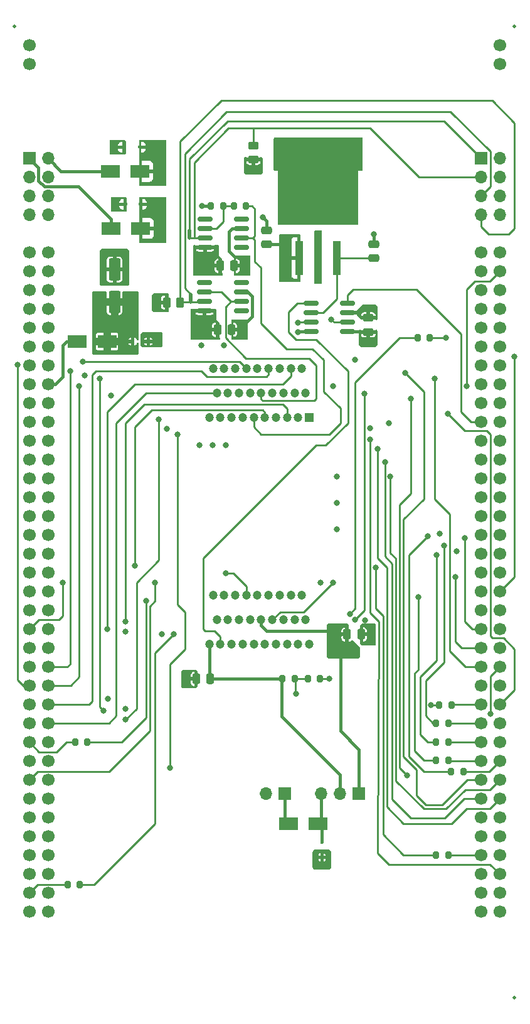
<source format=gbr>
%TF.GenerationSoftware,KiCad,Pcbnew,(6.0.7-1)-1*%
%TF.CreationDate,2022-08-23T13:11:11-05:00*%
%TF.ProjectId,NR1B-ST56,4e523142-2d53-4543-9536-2e6b69636164,rev?*%
%TF.SameCoordinates,Original*%
%TF.FileFunction,Copper,L1,Top*%
%TF.FilePolarity,Positive*%
%FSLAX46Y46*%
G04 Gerber Fmt 4.6, Leading zero omitted, Abs format (unit mm)*
G04 Created by KiCad (PCBNEW (6.0.7-1)-1) date 2022-08-23 13:11:11*
%MOMM*%
%LPD*%
G01*
G04 APERTURE LIST*
G04 Aperture macros list*
%AMRoundRect*
0 Rectangle with rounded corners*
0 $1 Rounding radius*
0 $2 $3 $4 $5 $6 $7 $8 $9 X,Y pos of 4 corners*
0 Add a 4 corners polygon primitive as box body*
4,1,4,$2,$3,$4,$5,$6,$7,$8,$9,$2,$3,0*
0 Add four circle primitives for the rounded corners*
1,1,$1+$1,$2,$3*
1,1,$1+$1,$4,$5*
1,1,$1+$1,$6,$7*
1,1,$1+$1,$8,$9*
0 Add four rect primitives between the rounded corners*
20,1,$1+$1,$2,$3,$4,$5,0*
20,1,$1+$1,$4,$5,$6,$7,0*
20,1,$1+$1,$6,$7,$8,$9,0*
20,1,$1+$1,$8,$9,$2,$3,0*%
G04 Aperture macros list end*
%TA.AperFunction,SMDPad,CuDef*%
%ADD10RoundRect,0.150000X-0.825000X-0.150000X0.825000X-0.150000X0.825000X0.150000X-0.825000X0.150000X0*%
%TD*%
%TA.AperFunction,SMDPad,CuDef*%
%ADD11RoundRect,0.200000X-0.200000X-0.275000X0.200000X-0.275000X0.200000X0.275000X-0.200000X0.275000X0*%
%TD*%
%TA.AperFunction,SMDPad,CuDef*%
%ADD12RoundRect,0.250000X-0.450000X0.262500X-0.450000X-0.262500X0.450000X-0.262500X0.450000X0.262500X0*%
%TD*%
%TA.AperFunction,ComponentPad*%
%ADD13R,1.700000X1.700000*%
%TD*%
%TA.AperFunction,ComponentPad*%
%ADD14O,1.700000X1.700000*%
%TD*%
%TA.AperFunction,SMDPad,CuDef*%
%ADD15RoundRect,0.250000X0.250000X0.475000X-0.250000X0.475000X-0.250000X-0.475000X0.250000X-0.475000X0*%
%TD*%
%TA.AperFunction,SMDPad,CuDef*%
%ADD16RoundRect,0.250000X-0.250000X-0.475000X0.250000X-0.475000X0.250000X0.475000X-0.250000X0.475000X0*%
%TD*%
%TA.AperFunction,SMDPad,CuDef*%
%ADD17RoundRect,0.200000X0.200000X0.275000X-0.200000X0.275000X-0.200000X-0.275000X0.200000X-0.275000X0*%
%TD*%
%TA.AperFunction,SMDPad,CuDef*%
%ADD18R,0.600000X0.450000*%
%TD*%
%TA.AperFunction,SMDPad,CuDef*%
%ADD19R,1.100000X4.600000*%
%TD*%
%TA.AperFunction,SMDPad,CuDef*%
%ADD20R,10.800000X9.400000*%
%TD*%
%TA.AperFunction,SMDPad,CuDef*%
%ADD21R,2.500000X1.800000*%
%TD*%
%TA.AperFunction,SMDPad,CuDef*%
%ADD22C,0.500000*%
%TD*%
%TA.AperFunction,SMDPad,CuDef*%
%ADD23RoundRect,0.250000X0.475000X-0.250000X0.475000X0.250000X-0.475000X0.250000X-0.475000X-0.250000X0*%
%TD*%
%TA.AperFunction,SMDPad,CuDef*%
%ADD24R,0.450000X0.600000*%
%TD*%
%TA.AperFunction,SMDPad,CuDef*%
%ADD25RoundRect,0.250000X0.550000X-1.250000X0.550000X1.250000X-0.550000X1.250000X-0.550000X-1.250000X0*%
%TD*%
%TA.AperFunction,ComponentPad*%
%ADD26R,1.200000X1.200000*%
%TD*%
%TA.AperFunction,ComponentPad*%
%ADD27C,1.200000*%
%TD*%
%TA.AperFunction,ComponentPad*%
%ADD28C,1.700000*%
%TD*%
%TA.AperFunction,SMDPad,CuDef*%
%ADD29RoundRect,0.250000X0.262500X0.450000X-0.262500X0.450000X-0.262500X-0.450000X0.262500X-0.450000X0*%
%TD*%
%TA.AperFunction,ViaPad*%
%ADD30C,0.800000*%
%TD*%
%TA.AperFunction,Conductor*%
%ADD31C,0.400000*%
%TD*%
%TA.AperFunction,Conductor*%
%ADD32C,0.220000*%
%TD*%
G04 APERTURE END LIST*
%TO.C,NT1*%
G36*
X190550000Y-117650000D02*
G01*
X190050000Y-117650000D01*
X190050000Y-116650000D01*
X190550000Y-116650000D01*
X190550000Y-117650000D01*
G37*
%TO.C,NT2*%
G36*
X190350000Y-109050000D02*
G01*
X189850000Y-109050000D01*
X189850000Y-108050000D01*
X190350000Y-108050000D01*
X190350000Y-109050000D01*
G37*
%TD*%
D10*
%TO.P,U3,1,NC*%
%TO.N,unconnected-(U3-Pad1)*%
X192150000Y-115060000D03*
%TO.P,U3,2,-*%
%TO.N,/VWL_BUF*%
X192150000Y-116330000D03*
%TO.P,U3,3,+*%
%TO.N,/ANA_VWL*%
X192150000Y-117600000D03*
%TO.P,U3,4,V-*%
%TO.N,-15V*%
X192150000Y-118870000D03*
%TO.P,U3,5,NC*%
%TO.N,unconnected-(U3-Pad5)*%
X197100000Y-118870000D03*
%TO.P,U3,6*%
%TO.N,/VWL_BUF*%
X197100000Y-117600000D03*
%TO.P,U3,7,V+*%
%TO.N,+15V*%
X197100000Y-116330000D03*
%TO.P,U3,8,NC*%
%TO.N,unconnected-(U3-Pad8)*%
X197100000Y-115060000D03*
%TD*%
D11*
%TO.P,R6,1*%
%TO.N,Net-(R6-Pad1)*%
X196125000Y-104750000D03*
%TO.P,R6,2*%
%TO.N,/WP_BUF*%
X197775000Y-104750000D03*
%TD*%
D12*
%TO.P,R5,1*%
%TO.N,/ANA_WP*%
X198750000Y-96587500D03*
%TO.P,R5,2*%
%TO.N,GND*%
X198750000Y-98412500D03*
%TD*%
D13*
%TO.P,J2,1,Pin_1*%
%TO.N,/-15V_IN*%
X168499999Y-98300001D03*
D14*
%TO.P,J2,2,Pin_2*%
%TO.N,/+15V_IN*%
X171039999Y-98300001D03*
%TO.P,J2,3,Pin_3*%
%TO.N,GND*%
X168499999Y-100840001D03*
%TO.P,J2,4,Pin_4*%
X171039999Y-100840001D03*
%TO.P,J2,5,Pin_5*%
%TO.N,unconnected-(J2-Pad5)*%
X168499999Y-103380001D03*
%TO.P,J2,6,Pin_6*%
%TO.N,unconnected-(J2-Pad6)*%
X171039999Y-103380001D03*
%TO.P,J2,7,Pin_7*%
%TO.N,GND*%
X168499999Y-105920001D03*
%TO.P,J2,8,Pin_8*%
%TO.N,unconnected-(J2-Pad8)*%
X171039999Y-105920001D03*
%TD*%
D15*
%TO.P,C2,1*%
%TO.N,VIO*%
X192950000Y-168500000D03*
%TO.P,C2,2*%
%TO.N,GND*%
X191050000Y-168500000D03*
%TD*%
D16*
%TO.P,C1,1*%
%TO.N,VCC*%
X211400000Y-162500000D03*
%TO.P,C1,2*%
%TO.N,GND*%
X213300000Y-162500000D03*
%TD*%
D11*
%TO.P,R2,1*%
%TO.N,/~{BYTE}*%
X206087500Y-168500000D03*
%TO.P,R2,2*%
%TO.N,GND*%
X207737500Y-168500000D03*
%TD*%
D10*
%TO.P,U5,1,NC*%
%TO.N,unconnected-(U5-Pad1)*%
X192225000Y-106495000D03*
%TO.P,U5,2,-*%
%TO.N,Net-(R6-Pad1)*%
X192225000Y-107765000D03*
%TO.P,U5,3,+*%
%TO.N,/ANA_WP*%
X192225000Y-109035000D03*
%TO.P,U5,4,V-*%
%TO.N,-15V*%
X192225000Y-110305000D03*
%TO.P,U5,5,NC*%
%TO.N,unconnected-(U5-Pad5)*%
X197175000Y-110305000D03*
%TO.P,U5,6*%
%TO.N,/WP_BUF*%
X197175000Y-109035000D03*
%TO.P,U5,7,V+*%
%TO.N,+15V*%
X197175000Y-107765000D03*
%TO.P,U5,8,NC*%
%TO.N,unconnected-(U5-Pad8)*%
X197175000Y-106495000D03*
%TD*%
D11*
%TO.P,R10,1*%
%TO.N,/DQ10*%
X223425000Y-179500000D03*
%TO.P,R10,2*%
%TO.N,Net-(R10-Pad2)*%
X225075000Y-179500000D03*
%TD*%
D17*
%TO.P,R13,1*%
%TO.N,Net-(R13-Pad1)*%
X222575000Y-122500000D03*
%TO.P,R13,2*%
%TO.N,/DQ13*%
X220925000Y-122500000D03*
%TD*%
D10*
%TO.P,U2,1*%
%TO.N,/~{CE}*%
X206525000Y-117845000D03*
%TO.P,U2,2*%
%TO.N,/ANA_CE*%
X206525000Y-119115000D03*
%TO.P,U2,3,GND*%
%TO.N,GND*%
X206525000Y-120385000D03*
%TO.P,U2,4,V+*%
%TO.N,+15V*%
X206525000Y-121655000D03*
%TO.P,U2,5,VL*%
%TO.N,VCC*%
X211475000Y-121655000D03*
%TO.P,U2,6*%
%TO.N,/CE_SW*%
X211475000Y-120385000D03*
%TO.P,U2,7,V-*%
%TO.N,GND*%
X211475000Y-119115000D03*
%TO.P,U2,8*%
%TO.N,/NE1*%
X211475000Y-117845000D03*
%TD*%
D18*
%TO.P,D8,1,K*%
%TO.N,+15V*%
X183400000Y-96800000D03*
%TO.P,D8,2,A*%
%TO.N,GND*%
X181300000Y-96800000D03*
%TD*%
D19*
%TO.P,U4,1,IN*%
%TO.N,+15V*%
X204935000Y-111725000D03*
%TO.P,U4,2,GND*%
%TO.N,GND*%
X207475000Y-111725000D03*
D20*
X207475000Y-102575000D03*
D19*
%TO.P,U4,3,OUT*%
%TO.N,/ANA_CE*%
X210015000Y-111725000D03*
%TD*%
D21*
%TO.P,D9,1,K*%
%TO.N,/-15V_IN*%
X179500000Y-107750000D03*
%TO.P,D9,2,A*%
%TO.N,-15V*%
X183500000Y-107750000D03*
%TD*%
D13*
%TO.P,JP1,1,A*%
%TO.N,VCC*%
X213000000Y-184000000D03*
D14*
%TO.P,JP1,2,C*%
%TO.N,VIO*%
X210460000Y-184000000D03*
%TO.P,JP1,3,B*%
%TO.N,/EVIO*%
X207920000Y-184000000D03*
%TD*%
D22*
%TO.P,FID2,*%
%TO.N,*%
X234000000Y-80500000D03*
%TD*%
D18*
%TO.P,D4,1,K*%
%TO.N,VCC*%
X182450000Y-123000000D03*
%TO.P,D4,2,A*%
%TO.N,GND*%
X184550000Y-123000000D03*
%TD*%
D15*
%TO.P,C8,1*%
%TO.N,+15V*%
X196150000Y-112800000D03*
%TO.P,C8,2*%
%TO.N,-15V*%
X194250000Y-112800000D03*
%TD*%
D23*
%TO.P,C7,1*%
%TO.N,/ANA_CE*%
X215000000Y-111750000D03*
%TO.P,C7,2*%
%TO.N,GND*%
X215000000Y-109850000D03*
%TD*%
D24*
%TO.P,D6,1,K*%
%TO.N,/EVIO*%
X208000000Y-190450000D03*
%TO.P,D6,2,A*%
%TO.N,GND*%
X208000000Y-192550000D03*
%TD*%
D21*
%TO.P,D3,1,K*%
%TO.N,VCC*%
X179000000Y-123000000D03*
%TO.P,D3,2,A*%
%TO.N,/VCC_IN*%
X175000000Y-123000000D03*
%TD*%
D25*
%TO.P,C5,1*%
%TO.N,VCC*%
X180000000Y-117700000D03*
%TO.P,C5,2*%
%TO.N,GND*%
X180000000Y-113300000D03*
%TD*%
D22*
%TO.P,FID1,*%
%TO.N,*%
X166500000Y-80500000D03*
%TD*%
D17*
%TO.P,R11,1*%
%TO.N,Net-(R11-Pad1)*%
X225075000Y-174500000D03*
%TO.P,R11,2*%
%TO.N,/DQ11*%
X223425000Y-174500000D03*
%TD*%
D21*
%TO.P,D7,1,K*%
%TO.N,+15V*%
X183450000Y-100050000D03*
%TO.P,D7,2,A*%
%TO.N,/+15V_IN*%
X179450000Y-100050000D03*
%TD*%
D18*
%TO.P,D10,1,K*%
%TO.N,GND*%
X181450000Y-104500000D03*
%TO.P,D10,2,A*%
%TO.N,-15V*%
X183550000Y-104500000D03*
%TD*%
D22*
%TO.P,NT1,1,1*%
%TO.N,/ANA_VWL*%
X190300000Y-117650000D03*
%TO.P,NT1,2,2*%
%TO.N,/ANA_VWL_SENSE*%
X190300000Y-116650000D03*
%TD*%
D26*
%TO.P,U1,1,A23*%
%TO.N,/A23*%
X206300742Y-133269258D03*
D27*
%TO.P,U1,2,A22*%
%TO.N,/A22*%
X205800742Y-129969258D03*
%TO.P,U1,3,A15*%
%TO.N,/A15*%
X205300742Y-126669258D03*
%TO.P,U1,4,A14*%
%TO.N,/A14*%
X204800742Y-133269258D03*
%TO.P,U1,5,A13*%
%TO.N,/A13*%
X204300742Y-129969258D03*
%TO.P,U1,6,A12*%
%TO.N,/A12*%
X203800742Y-126669258D03*
%TO.P,U1,7,A11*%
%TO.N,/A11*%
X203300742Y-133269258D03*
%TO.P,U1,8,A10*%
%TO.N,/A10*%
X202800742Y-129969258D03*
%TO.P,U1,9,A9*%
%TO.N,/A9*%
X202300742Y-126669258D03*
%TO.P,U1,10,A8*%
%TO.N,/A8*%
X201800742Y-133269258D03*
%TO.P,U1,11,A19*%
%TO.N,/A19*%
X201300742Y-129969258D03*
%TO.P,U1,12,A20*%
%TO.N,/A20*%
X200800742Y-126669258D03*
%TO.P,U1,13,~{WE}*%
%TO.N,/~{WE}*%
X200300742Y-133269258D03*
%TO.P,U1,14,~{RESET}*%
%TO.N,/VWL_BUF*%
X199800742Y-129969258D03*
%TO.P,U1,15,A21*%
%TO.N,/A21*%
X199300742Y-126669258D03*
%TO.P,U1,16,~{WP}/ACC*%
%TO.N,/WP_BUF*%
X198800742Y-133269258D03*
%TO.P,U1,17,RY/~{BY}*%
%TO.N,/RY{slash}~{BY}*%
X198300742Y-129969258D03*
%TO.P,U1,18,A18*%
%TO.N,/A18*%
X197800742Y-126669258D03*
%TO.P,U1,19,A17*%
%TO.N,/A17*%
X197300742Y-133269258D03*
%TO.P,U1,20,A7*%
%TO.N,/A7*%
X196800742Y-129969258D03*
%TO.P,U1,21,A6*%
%TO.N,/A6*%
X196300742Y-126669258D03*
%TO.P,U1,22,A5*%
%TO.N,/A5*%
X195800742Y-133269258D03*
%TO.P,U1,23,A4*%
%TO.N,/A4*%
X195300742Y-129969258D03*
%TO.P,U1,24,A3*%
%TO.N,/A3*%
X194800742Y-126669258D03*
%TO.P,U1,25,A2*%
%TO.N,/A2*%
X194300742Y-133269258D03*
%TO.P,U1,26,A1*%
%TO.N,/A1*%
X193800742Y-129969258D03*
%TO.P,U1,27*%
%TO.N,N/C*%
X193300742Y-126669258D03*
%TO.P,U1,28*%
X192800742Y-133269258D03*
%TO.P,U1,29,VIO*%
%TO.N,VIO*%
X192800742Y-163849258D03*
%TO.P,U1,30*%
%TO.N,N/C*%
X193300742Y-157249258D03*
%TO.P,U1,31,A0*%
%TO.N,/A0*%
X193800742Y-160549258D03*
%TO.P,U1,32,~{CE}*%
%TO.N,/~{CE}*%
X194300742Y-163849258D03*
%TO.P,U1,33,VSS*%
%TO.N,GND*%
X194800742Y-157249258D03*
%TO.P,U1,34,~{OE}*%
%TO.N,/~{OE}*%
X195300742Y-160549258D03*
%TO.P,U1,35,DQ0*%
%TO.N,/DQ0*%
X195800742Y-163849258D03*
%TO.P,U1,36,DQ8*%
%TO.N,/DQ8*%
X196300742Y-157249258D03*
%TO.P,U1,37,DQ1*%
%TO.N,/DQ1*%
X196800742Y-160549258D03*
%TO.P,U1,38,DQ9*%
%TO.N,/DQ9*%
X197300742Y-163849258D03*
%TO.P,U1,39,DQ2*%
%TO.N,/DQ2*%
X197800742Y-157249258D03*
%TO.P,U1,40,DQ10*%
%TO.N,/DQ10*%
X198300742Y-160549258D03*
%TO.P,U1,41,DQ3*%
%TO.N,/DQ3*%
X198800742Y-163849258D03*
%TO.P,U1,42,DQ11*%
%TO.N,/DQ11*%
X199300742Y-157249258D03*
%TO.P,U1,43,VCC*%
%TO.N,VCC*%
X199800742Y-160549258D03*
%TO.P,U1,44,DQ4*%
%TO.N,/DQ4*%
X200300742Y-163849258D03*
%TO.P,U1,45,DQ12*%
%TO.N,/DQ12*%
X200800742Y-157249258D03*
%TO.P,U1,46,DQ5*%
%TO.N,/DQ5*%
X201300742Y-160549258D03*
%TO.P,U1,47,DQ13*%
%TO.N,/DQ13*%
X201800742Y-163849258D03*
%TO.P,U1,48,DQ6*%
%TO.N,/DQ6*%
X202300742Y-157249258D03*
%TO.P,U1,49,DQ14*%
%TO.N,/DQ14*%
X202800742Y-160549258D03*
%TO.P,U1,50,DQ7*%
%TO.N,/DQ7*%
X203300742Y-163849258D03*
%TO.P,U1,51,DQ15/A-1*%
%TO.N,/DQ15*%
X203800742Y-157249258D03*
%TO.P,U1,52,VSS*%
%TO.N,GND*%
X204300742Y-160549258D03*
%TO.P,U1,53,~{BYTE}*%
%TO.N,/~{BYTE}*%
X204800742Y-163849258D03*
%TO.P,U1,54,A16*%
%TO.N,/A16*%
X205300742Y-157249258D03*
%TO.P,U1,55,A25*%
%TO.N,/A25*%
X205800742Y-160549258D03*
%TO.P,U1,56,A24*%
%TO.N,/A24*%
X206300742Y-163849258D03*
%TD*%
D17*
%TO.P,R9,1*%
%TO.N,Net-(R9-Pad1)*%
X225500000Y-172000000D03*
%TO.P,R9,2*%
%TO.N,/DQ9*%
X223850000Y-172000000D03*
%TD*%
D11*
%TO.P,R1,1*%
%TO.N,VIO*%
X202675000Y-168500000D03*
%TO.P,R1,2*%
%TO.N,/~{BYTE}*%
X204325000Y-168500000D03*
%TD*%
D21*
%TO.P,D5,1,K*%
%TO.N,/EVIO*%
X207500000Y-188000000D03*
%TO.P,D5,2,A*%
%TO.N,/EVIO_IN*%
X203500000Y-188000000D03*
%TD*%
D17*
%TO.P,R14,1*%
%TO.N,/DQ14*%
X175325000Y-196250000D03*
%TO.P,R14,2*%
%TO.N,Net-(R14-Pad2)*%
X173675000Y-196250000D03*
%TD*%
%TO.P,R7,1*%
%TO.N,Net-(R6-Pad1)*%
X194675000Y-104750000D03*
%TO.P,R7,2*%
%TO.N,GND*%
X193025000Y-104750000D03*
%TD*%
%TO.P,R3,1*%
%TO.N,/DQ15*%
X176324999Y-177000001D03*
%TO.P,R3,2*%
%TO.N,/A-1*%
X174674999Y-177000001D03*
%TD*%
D22*
%TO.P,FID3,*%
%TO.N,*%
X234000000Y-211500000D03*
%TD*%
D13*
%TO.P,J1,1,Pin_1*%
%TO.N,/ANA_WP_SENSE*%
X229499999Y-98300001D03*
D14*
%TO.P,J1,2,Pin_2*%
%TO.N,unconnected-(J1-Pad2)*%
X232039999Y-98300001D03*
%TO.P,J1,3,Pin_3*%
%TO.N,/ANA_WP*%
X229499999Y-100840001D03*
%TO.P,J1,4,Pin_4*%
%TO.N,unconnected-(J1-Pad4)*%
X232039999Y-100840001D03*
%TO.P,J1,5,Pin_5*%
%TO.N,/ANA_VWL_SENSE*%
X229499999Y-103380001D03*
%TO.P,J1,6,Pin_6*%
%TO.N,unconnected-(J1-Pad6)*%
X232039999Y-103380001D03*
%TO.P,J1,7,Pin_7*%
%TO.N,/ANA_VWL*%
X229499999Y-105920001D03*
%TO.P,J1,8,Pin_8*%
%TO.N,unconnected-(J1-Pad8)*%
X232039999Y-105920001D03*
%TD*%
D15*
%TO.P,C4,1*%
%TO.N,+15V*%
X195800000Y-121400000D03*
%TO.P,C4,2*%
%TO.N,-15V*%
X193900000Y-121400000D03*
%TD*%
D13*
%TO.P,J3,1,Pin_1*%
%TO.N,/EVIO_IN*%
X203000000Y-184000000D03*
D14*
%TO.P,J3,2,Pin_2*%
%TO.N,GND*%
X200460000Y-184000000D03*
%TD*%
D11*
%TO.P,R12,1*%
%TO.N,/DQ12*%
X223425000Y-177000000D03*
%TO.P,R12,2*%
%TO.N,Net-(R12-Pad2)*%
X225075000Y-177000000D03*
%TD*%
D17*
%TO.P,R15,1*%
%TO.N,Net-(R15-Pad1)*%
X225075000Y-192250000D03*
%TO.P,R15,2*%
%TO.N,/DQ15*%
X223425000Y-192250000D03*
%TD*%
D11*
%TO.P,R8,1*%
%TO.N,/DQ8*%
X225425000Y-181000000D03*
%TO.P,R8,2*%
%TO.N,Net-(R8-Pad2)*%
X227075000Y-181000000D03*
%TD*%
D22*
%TO.P,NT2,1,1*%
%TO.N,/ANA_WP*%
X190100000Y-109050000D03*
%TO.P,NT2,2,2*%
%TO.N,/ANA_WP_SENSE*%
X190100000Y-108050000D03*
%TD*%
D28*
%TO.P,X1,1,PC10*%
%TO.N,/CE_SW*%
X168499999Y-111000001D03*
%TO.P,X1,2,PC11*%
%TO.N,unconnected-(X1-Pad2)*%
X171039999Y-111000001D03*
%TO.P,X1,3,PC12*%
%TO.N,unconnected-(X1-Pad3)*%
X168499999Y-113540001D03*
%TO.P,X1,4,PD2*%
%TO.N,unconnected-(X1-Pad4)*%
X171039999Y-113540001D03*
%TO.P,X1,5,VDD*%
%TO.N,unconnected-(X1-Pad5)*%
X168499999Y-116080001D03*
%TO.P,X1,6,E5V*%
%TO.N,unconnected-(X1-Pad6)*%
X171039999Y-116080001D03*
%TO.P,X1,7,~{BOOT0}*%
%TO.N,unconnected-(X1-Pad7)*%
X168499999Y-118620001D03*
%TO.P,X1,8,GND*%
%TO.N,GND*%
X171039999Y-118620001D03*
%TO.P,X1,9,PF6*%
%TO.N,unconnected-(X1-Pad9)*%
X168499999Y-121160001D03*
%TO.P,X1,10,NC*%
%TO.N,unconnected-(X1-Pad10)*%
X171039999Y-121160001D03*
%TO.P,X1,11,PF7*%
%TO.N,unconnected-(X1-Pad11)*%
X168499999Y-123700001D03*
%TO.P,X1,12,IOREF*%
%TO.N,unconnected-(X1-Pad12)*%
X171039999Y-123700001D03*
%TO.P,X1,13,TMS/PA13*%
%TO.N,unconnected-(X1-Pad13)*%
X168499999Y-126240001D03*
%TO.P,X1,14,~{RST}*%
%TO.N,unconnected-(X1-Pad14)*%
X171039999Y-126240001D03*
%TO.P,X1,15,TCK/PA14*%
%TO.N,unconnected-(X1-Pad15)*%
X168499999Y-128780001D03*
%TO.P,X1,16,+3V3*%
%TO.N,/VCC_IN*%
X171039999Y-128780001D03*
%TO.P,X1,17,PA15*%
%TO.N,unconnected-(X1-Pad17)*%
X168499999Y-131320001D03*
%TO.P,X1,18,+5V*%
%TO.N,unconnected-(X1-Pad18)*%
X171039999Y-131320001D03*
%TO.P,X1,19,GND*%
%TO.N,GND*%
X168499999Y-133860001D03*
%TO.P,X1,20,GND*%
X171039999Y-133860001D03*
%TO.P,X1,21,LD2/PB7*%
%TO.N,/A25*%
X168499999Y-136400001D03*
%TO.P,X1,22,GND*%
%TO.N,GND*%
X171039999Y-136400001D03*
%TO.P,X1,23,BT/PC13*%
%TO.N,unconnected-(X1-Pad23)*%
X168499999Y-138940001D03*
%TO.P,X1,24,VIN*%
%TO.N,unconnected-(X1-Pad24)*%
X171039999Y-138940001D03*
%TO.P,X1,25,RTC_CRYSTAL/PC14*%
%TO.N,unconnected-(X1-Pad25)*%
X168499999Y-141480001D03*
%TO.P,X1,26,NC*%
%TO.N,unconnected-(X1-Pad26)*%
X171039999Y-141480001D03*
%TO.P,X1,27,RTC_CRYSTAL/PC15*%
%TO.N,unconnected-(X1-Pad27)*%
X168499999Y-144020001D03*
%TO.P,X1,28,ETH_REF_CLK/PA0*%
%TO.N,unconnected-(X1-Pad28)*%
X171039999Y-144020001D03*
%TO.P,X1,29,PH0*%
%TO.N,unconnected-(X1-Pad29)*%
X168499999Y-146560001D03*
%TO.P,X1,30,ETH_MDIO/PA1*%
%TO.N,unconnected-(X1-Pad30)*%
X171039999Y-146560001D03*
%TO.P,X1,31,PH1*%
%TO.N,unconnected-(X1-Pad31)*%
X168499999Y-149100001D03*
%TO.P,X1,32,PA4*%
%TO.N,unconnected-(X1-Pad32)*%
X171039999Y-149100001D03*
%TO.P,X1,33,VBAT*%
%TO.N,unconnected-(X1-Pad33)*%
X168499999Y-151640001D03*
%TO.P,X1,34,PB0*%
%TO.N,unconnected-(X1-Pad34)*%
X171039999Y-151640001D03*
%TO.P,X1,35,PC2*%
%TO.N,unconnected-(X1-Pad35)*%
X168499999Y-154180001D03*
%TO.P,X1,36,ETH_MDC/PC1*%
%TO.N,unconnected-(X1-Pad36)*%
X171039999Y-154180001D03*
%TO.P,X1,37,PC3*%
%TO.N,unconnected-(X1-Pad37)*%
X168499999Y-156720001D03*
%TO.P,X1,38,PC0*%
%TO.N,unconnected-(X1-Pad38)*%
X171039999Y-156720001D03*
%TO.P,X1,39,PD4*%
%TO.N,/~{OE}*%
X168499999Y-159260001D03*
%TO.P,X1,40,PD3*%
%TO.N,unconnected-(X1-Pad40)*%
X171039999Y-159260001D03*
%TO.P,X1,41,PD5*%
%TO.N,/~{WE}*%
X168499999Y-161800001D03*
%TO.P,X1,42,PG2*%
%TO.N,/A11*%
X171039999Y-161800001D03*
%TO.P,X1,43,PD6*%
%TO.N,unconnected-(X1-Pad43)*%
X168499999Y-164340001D03*
%TO.P,X1,44,PG3*%
%TO.N,/A12*%
X171039999Y-164340001D03*
%TO.P,X1,45,PD7*%
%TO.N,unconnected-(X1-Pad45)*%
X168499999Y-166880001D03*
%TO.P,X1,46,PE2*%
%TO.N,/A22*%
X171039999Y-166880001D03*
%TO.P,X1,47,PE3*%
%TO.N,/A18*%
X168499999Y-169420001D03*
%TO.P,X1,48,PE4*%
%TO.N,/A19*%
X171039999Y-169420001D03*
%TO.P,X1,49,GND*%
%TO.N,GND*%
X168499999Y-171960001D03*
%TO.P,X1,50,PE5*%
%TO.N,/A20*%
X171039999Y-171960001D03*
%TO.P,X1,51,PF1*%
%TO.N,/A0*%
X168499999Y-174500001D03*
%TO.P,X1,52,PF2*%
%TO.N,/A1*%
X171039999Y-174500001D03*
%TO.P,X1,53,PF0*%
%TO.N,/A-1*%
X168499999Y-177040001D03*
%TO.P,X1,54,PF8*%
%TO.N,unconnected-(X1-Pad54)*%
X171039999Y-177040001D03*
%TO.P,X1,55,PD1*%
%TO.N,/DQ3*%
X168499999Y-179580001D03*
%TO.P,X1,56,PF9*%
%TO.N,unconnected-(X1-Pad56)*%
X171039999Y-179580001D03*
%TO.P,X1,57,PD0*%
%TO.N,/DQ2*%
X168499999Y-182120001D03*
%TO.P,X1,58,PG1*%
%TO.N,/A10*%
X171039999Y-182120001D03*
%TO.P,X1,59,PG0*%
%TO.N,/A9*%
X168499999Y-184660001D03*
%TO.P,X1,60,GND*%
%TO.N,GND*%
X171039999Y-184660001D03*
%TO.P,X1,61,PE1*%
%TO.N,unconnected-(X1-Pad61)*%
X168499999Y-187200001D03*
%TO.P,X1,62,PE6*%
%TO.N,/A21*%
X171039999Y-187200001D03*
%TO.P,X1,63,PG9*%
%TO.N,unconnected-(X1-Pad63)*%
X168499999Y-189740001D03*
%TO.P,X1,64,PG15*%
%TO.N,unconnected-(X1-Pad64)*%
X171039999Y-189740001D03*
%TO.P,X1,65,PG12*%
%TO.N,unconnected-(X1-Pad65)*%
X168499999Y-192280001D03*
%TO.P,X1,66,PG10*%
%TO.N,unconnected-(X1-Pad66)*%
X171039999Y-192280001D03*
%TO.P,X1,67,NC*%
%TO.N,unconnected-(X1-Pad67)*%
X168499999Y-194820001D03*
%TO.P,X1,68,PG13/ETH_TXD0*%
%TO.N,unconnected-(X1-Pad68)*%
X171039999Y-194820001D03*
%TO.P,X1,69,STLINK_RX/PD9*%
%TO.N,Net-(R14-Pad2)*%
X168499999Y-197360001D03*
%TO.P,X1,70,PG11/ETH_TX_EN*%
%TO.N,unconnected-(X1-Pad70)*%
X171039999Y-197360001D03*
%TO.P,X1,71,GND*%
%TO.N,GND*%
X168499999Y-199900001D03*
%TO.P,X1,72,GND*%
X171039999Y-199900001D03*
%TO.P,X1,73,PC9*%
%TO.N,unconnected-(X1-Pad73)*%
X229459999Y-111000001D03*
%TO.P,X1,74,PC8*%
%TO.N,unconnected-(X1-Pad74)*%
X231999999Y-111000001D03*
%TO.P,X1,75,PB8*%
%TO.N,unconnected-(X1-Pad75)*%
X229459999Y-113540001D03*
%TO.P,X1,76,PC6*%
%TO.N,/RY{slash}~{BY}*%
X231999999Y-113540001D03*
%TO.P,X1,77,PB9*%
%TO.N,unconnected-(X1-Pad77)*%
X229459999Y-116080001D03*
%TO.P,X1,78,ETH_RXD1/PC5*%
%TO.N,unconnected-(X1-Pad78)*%
X231999999Y-116080001D03*
%TO.P,X1,79,AVDD*%
%TO.N,unconnected-(X1-Pad79)*%
X229459999Y-118620001D03*
%TO.P,X1,80,U5V*%
%TO.N,unconnected-(X1-Pad80)*%
X231999999Y-118620001D03*
%TO.P,X1,81,GND*%
%TO.N,GND*%
X229459999Y-121160001D03*
%TO.P,X1,82,STLINK_TX/PD8*%
%TO.N,Net-(R13-Pad1)*%
X231999999Y-121160001D03*
%TO.P,X1,83,PA5*%
%TO.N,unconnected-(X1-Pad83)*%
X229459999Y-123700001D03*
%TO.P,X1,84,USB_DP/PA12*%
%TO.N,unconnected-(X1-Pad84)*%
X231999999Y-123700001D03*
%TO.P,X1,85,PA6*%
%TO.N,unconnected-(X1-Pad85)*%
X229459999Y-126240001D03*
%TO.P,X1,86,USB_DM/PA11*%
%TO.N,unconnected-(X1-Pad86)*%
X231999999Y-126240001D03*
%TO.P,X1,87,ETH_CRS_DV/PA7*%
%TO.N,unconnected-(X1-Pad87)*%
X229459999Y-128780001D03*
%TO.P,X1,88,PB12*%
%TO.N,unconnected-(X1-Pad88)*%
X231999999Y-128780001D03*
%TO.P,X1,89,PB6*%
%TO.N,/A24*%
X229459999Y-131320001D03*
%TO.P,X1,90,PB11*%
%TO.N,unconnected-(X1-Pad90)*%
X231999999Y-131320001D03*
%TO.P,X1,91,PC7*%
%TO.N,/NE1*%
X229459999Y-133860001D03*
%TO.P,X1,92,GND*%
%TO.N,GND*%
X231999999Y-133860001D03*
%TO.P,X1,93,USB_VBUS/PA9*%
%TO.N,unconnected-(X1-Pad93)*%
X229459999Y-136400001D03*
%TO.P,X1,94,PB2*%
%TO.N,unconnected-(X1-Pad94)*%
X231999999Y-136400001D03*
%TO.P,X1,95,USB_SOF/PA8*%
%TO.N,unconnected-(X1-Pad95)*%
X229459999Y-138940001D03*
%TO.P,X1,96,PB1*%
%TO.N,unconnected-(X1-Pad96)*%
X231999999Y-138940001D03*
%TO.P,X1,97,PB10*%
%TO.N,unconnected-(X1-Pad97)*%
X229459999Y-141480001D03*
%TO.P,X1,98,PB15*%
%TO.N,unconnected-(X1-Pad98)*%
X231999999Y-141480001D03*
%TO.P,X1,99,PB4*%
%TO.N,unconnected-(X1-Pad99)*%
X229459999Y-144020001D03*
%TO.P,X1,100,LD3/PB14*%
%TO.N,unconnected-(X1-Pad100)*%
X231999999Y-144020001D03*
%TO.P,X1,101,PB5*%
%TO.N,/A23*%
X229459999Y-146560001D03*
%TO.P,X1,102,ETH_TXD1/PB13*%
%TO.N,unconnected-(X1-Pad102)*%
X231999999Y-146560001D03*
%TO.P,X1,103,SWO/PB3*%
%TO.N,unconnected-(X1-Pad103)*%
X229459999Y-149100001D03*
%TO.P,X1,104,AGND*%
%TO.N,unconnected-(X1-Pad104)*%
X231999999Y-149100001D03*
%TO.P,X1,105,USB_ID/PA10*%
%TO.N,unconnected-(X1-Pad105)*%
X229459999Y-151640001D03*
%TO.P,X1,106,ETH_RXD0/PC4*%
%TO.N,unconnected-(X1-Pad106)*%
X231999999Y-151640001D03*
%TO.P,X1,107,PA2*%
%TO.N,unconnected-(X1-Pad107)*%
X229459999Y-154180001D03*
%TO.P,X1,108,PF5*%
%TO.N,/A4*%
X231999999Y-154180001D03*
%TO.P,X1,109,PA3*%
%TO.N,unconnected-(X1-Pad109)*%
X229459999Y-156720001D03*
%TO.P,X1,110,PF4*%
%TO.N,/A3*%
X231999999Y-156720001D03*
%TO.P,X1,111,GND*%
%TO.N,GND*%
X229459999Y-159260001D03*
%TO.P,X1,112,PE8*%
%TO.N,/DQ5*%
X231999999Y-159260001D03*
%TO.P,X1,113,PD13*%
%TO.N,/A17*%
X229459999Y-161800001D03*
%TO.P,X1,114,PF10*%
%TO.N,unconnected-(X1-Pad114)*%
X231999999Y-161800001D03*
%TO.P,X1,115,PD12*%
%TO.N,/A16*%
X229459999Y-164340001D03*
%TO.P,X1,116,PE7*%
%TO.N,/DQ4*%
X231999999Y-164340001D03*
%TO.P,X1,117,PD11*%
%TO.N,/A15*%
X229459999Y-166880001D03*
%TO.P,X1,118,PD14*%
%TO.N,/DQ0*%
X231999999Y-166880001D03*
%TO.P,X1,119,PE10*%
%TO.N,/DQ7*%
X229459999Y-169420001D03*
%TO.P,X1,120,PD15*%
%TO.N,/DQ1*%
X231999999Y-169420001D03*
%TO.P,X1,121,PE12*%
%TO.N,Net-(R9-Pad1)*%
X229459999Y-171960001D03*
%TO.P,X1,122,PF14*%
%TO.N,/A7*%
X231999999Y-171960001D03*
%TO.P,X1,123,PE14*%
%TO.N,Net-(R11-Pad1)*%
X229459999Y-174500001D03*
%TO.P,X1,124,PE9*%
%TO.N,/DQ6*%
X231999999Y-174500001D03*
%TO.P,X1,125,PE15*%
%TO.N,Net-(R12-Pad2)*%
X229459999Y-177040001D03*
%TO.P,X1,126,GND*%
%TO.N,GND*%
X231999999Y-177040001D03*
%TO.P,X1,127,PE13*%
%TO.N,Net-(R10-Pad2)*%
X229459999Y-179580001D03*
%TO.P,X1,128,PE11*%
%TO.N,Net-(R8-Pad2)*%
X231999999Y-179580001D03*
%TO.P,X1,129,PF13*%
%TO.N,/A6*%
X229459999Y-182120001D03*
%TO.P,X1,130,PF3*%
%TO.N,/A2*%
X231999999Y-182120001D03*
%TO.P,X1,131,PF12*%
%TO.N,/A5*%
X229459999Y-184660001D03*
%TO.P,X1,132,PF15*%
%TO.N,/A8*%
X231999999Y-184660001D03*
%TO.P,X1,133,PG14*%
%TO.N,unconnected-(X1-Pad133)*%
X229459999Y-187200001D03*
%TO.P,X1,134,PF11*%
%TO.N,unconnected-(X1-Pad134)*%
X231999999Y-187200001D03*
%TO.P,X1,135,GND*%
%TO.N,GND*%
X229459999Y-189740001D03*
%TO.P,X1,136,PE0*%
%TO.N,unconnected-(X1-Pad136)*%
X231999999Y-189740001D03*
%TO.P,X1,137,PD10*%
%TO.N,Net-(R15-Pad1)*%
X229459999Y-192280001D03*
%TO.P,X1,138,PG8*%
%TO.N,unconnected-(X1-Pad138)*%
X231999999Y-192280001D03*
%TO.P,X1,139,PG7/USB_GPIO_IN*%
%TO.N,unconnected-(X1-Pad139)*%
X229459999Y-194820001D03*
%TO.P,X1,140,PG5*%
%TO.N,/A14*%
X231999999Y-194820001D03*
%TO.P,X1,141,PG4*%
%TO.N,/A13*%
X229459999Y-197360001D03*
%TO.P,X1,142,PG6/USB_GPIO_OUT*%
%TO.N,unconnected-(X1-Pad142)*%
X231999999Y-197360001D03*
%TO.P,X1,143,GND*%
%TO.N,GND*%
X229459999Y-199900001D03*
%TO.P,X1,144,GND*%
X231999999Y-199900001D03*
%TO.P,X1,145*%
%TO.N,N/C*%
X168499999Y-83060001D03*
%TO.P,X1,146*%
X168499999Y-85600001D03*
%TO.P,X1,147*%
X231999999Y-83060001D03*
%TO.P,X1,148*%
X231999999Y-85600001D03*
%TD*%
D29*
%TO.P,R4,1*%
%TO.N,/ANA_VWL*%
X188862500Y-117750000D03*
%TO.P,R4,2*%
%TO.N,GND*%
X187037500Y-117750000D03*
%TD*%
D23*
%TO.P,C6,1*%
%TO.N,+15V*%
X200500000Y-109900000D03*
%TO.P,C6,2*%
%TO.N,GND*%
X200500000Y-108000000D03*
%TD*%
%TO.P,C3,1*%
%TO.N,VCC*%
X214250000Y-121700000D03*
%TO.P,C3,2*%
%TO.N,GND*%
X214250000Y-119800000D03*
%TD*%
D30*
%TO.N,VCC*%
X178500000Y-120250000D03*
X212150000Y-165000000D03*
X210650000Y-165000000D03*
X213750000Y-123000000D03*
X180500000Y-120250000D03*
X210650000Y-164000000D03*
X214750000Y-123000000D03*
X179500000Y-120250000D03*
X212150000Y-164000000D03*
X209400000Y-165000000D03*
X181500000Y-120250000D03*
%TO.N,GND*%
X210000000Y-148300000D03*
X179850000Y-96300000D03*
X204750000Y-120500000D03*
X195000000Y-137000000D03*
X189750000Y-169000000D03*
X207500000Y-96750000D03*
X214650000Y-162000000D03*
X209000000Y-168500000D03*
X207500000Y-114750000D03*
X193250000Y-137000000D03*
X217000000Y-134000000D03*
X210000000Y-144750000D03*
X208500000Y-193750000D03*
X214500000Y-134700000D03*
X207500000Y-193750000D03*
X202500000Y-96750000D03*
X181500000Y-112000000D03*
X210000000Y-141200000D03*
X210250000Y-96750000D03*
X214650000Y-163000000D03*
X213800000Y-160600000D03*
X207500000Y-108500000D03*
X180000000Y-105000000D03*
X185750000Y-123250000D03*
X194750000Y-123500000D03*
X212500000Y-96750000D03*
X189750000Y-168000000D03*
X185750000Y-122250000D03*
X191750000Y-123500000D03*
X214750000Y-118500000D03*
X199250000Y-99750000D03*
X186400000Y-162500000D03*
X179100000Y-171200000D03*
X180500000Y-111000000D03*
X191850000Y-104750000D03*
X178500000Y-111000000D03*
X205000000Y-96750000D03*
X213750000Y-118500000D03*
X226200000Y-151300000D03*
X200000000Y-106250000D03*
X179850000Y-97300000D03*
X187100000Y-134800000D03*
X198250000Y-99750000D03*
X179500000Y-130250000D03*
X179500000Y-111000000D03*
X207800000Y-155500000D03*
X178500000Y-112000000D03*
X181500000Y-111000000D03*
X215000000Y-108500000D03*
X181500000Y-172500000D03*
X185750000Y-117250000D03*
X181500000Y-162100000D03*
X212500000Y-125500000D03*
X180000000Y-104000000D03*
X223900000Y-148900000D03*
X176000000Y-127600000D03*
X185750000Y-118250000D03*
X191500000Y-137000000D03*
%TO.N,+15V*%
X203250000Y-110000000D03*
X197350000Y-113400000D03*
X203250000Y-111750000D03*
X186050000Y-100050000D03*
X197350000Y-112150000D03*
X197000000Y-120750000D03*
X203250000Y-113500000D03*
X197000000Y-122000000D03*
X204750000Y-121750000D03*
%TO.N,/DQ15*%
X184250000Y-158000000D03*
X215250000Y-153500000D03*
%TO.N,/A22*%
X174000000Y-127000000D03*
%TO.N,/A15*%
X223250000Y-128000000D03*
%TO.N,/A14*%
X214500000Y-136250000D03*
%TO.N,/A13*%
X219500000Y-181500000D03*
X220000000Y-130750000D03*
%TO.N,/A12*%
X179000000Y-161750000D03*
%TO.N,/A11*%
X181500000Y-160750000D03*
%TO.N,/A10*%
X178000000Y-128000000D03*
X178500000Y-172750000D03*
%TO.N,/A9*%
X188500000Y-135500000D03*
X187500000Y-180500000D03*
%TO.N,/A8*%
X215500000Y-137500000D03*
%TO.N,/A19*%
X175250000Y-129000000D03*
%TO.N,/~{WE}*%
X173000000Y-155500000D03*
X182750000Y-153250000D03*
%TO.N,/A21*%
X181500000Y-174000000D03*
X186000000Y-133500000D03*
%TO.N,/RY{slash}~{BY}*%
X209500000Y-129000000D03*
X227500000Y-129000000D03*
%TO.N,/A18*%
X175750000Y-125750000D03*
X166890982Y-126109018D03*
%TO.N,/A17*%
X227250000Y-149500000D03*
%TO.N,/A7*%
X225000000Y-132750000D03*
%TO.N,/A6*%
X219250000Y-127250000D03*
%TO.N,/A5*%
X216500000Y-139250000D03*
%TO.N,/A3*%
X234000000Y-125000000D03*
%TO.N,/A2*%
X217250000Y-141250000D03*
%TO.N,/DQ0*%
X230750000Y-173250000D03*
%TO.N,/DQ8*%
X222250000Y-149250000D03*
%TO.N,/DQ9*%
X222750000Y-172000000D03*
%TO.N,/DQ2*%
X185500000Y-155500000D03*
X195000000Y-154250000D03*
%TO.N,/DQ10*%
X221000000Y-157500000D03*
%TO.N,/DQ11*%
X224500000Y-150500000D03*
%TO.N,/DQ12*%
X223500000Y-151750000D03*
%TO.N,/DQ5*%
X209500000Y-155500000D03*
%TO.N,/DQ13*%
X211750000Y-159750000D03*
%TO.N,/DQ14*%
X188000000Y-162500000D03*
%TO.N,/A16*%
X226000000Y-154750000D03*
%TO.N,/A24*%
X212500000Y-160500000D03*
X213750000Y-130000000D03*
%TO.N,/CE_SW*%
X209250000Y-120000000D03*
%TO.N,-15V*%
X191600000Y-112900000D03*
X192500000Y-121500000D03*
X192500000Y-120250000D03*
X191600000Y-111650000D03*
X191250000Y-120250000D03*
X191250000Y-121500000D03*
X186000000Y-107750000D03*
X192850000Y-111650000D03*
X192850000Y-112900000D03*
%TO.N,/~{BYTE}*%
X204500000Y-170500000D03*
%TO.N,Net-(R13-Pad1)*%
X224750000Y-122500000D03*
%TD*%
D31*
%TO.N,VCC*%
X211475000Y-121655000D02*
X214205000Y-121655000D01*
X210000000Y-162000000D02*
X200500000Y-162000000D01*
X199800742Y-161300742D02*
X199800742Y-160549258D01*
X200500000Y-162000000D02*
X199800742Y-161300742D01*
X210500000Y-175500000D02*
X213000000Y-178000000D01*
X210500000Y-175500000D02*
X210500000Y-165150000D01*
X214205000Y-121655000D02*
X214250000Y-121700000D01*
X213000000Y-178000000D02*
X213000000Y-184000000D01*
X210500000Y-165150000D02*
X210650000Y-165000000D01*
%TO.N,GND*%
X215000000Y-109850000D02*
X215000000Y-108500000D01*
D32*
X209000000Y-168500000D02*
X207825000Y-168500000D01*
D31*
X193025000Y-104750000D02*
X191850000Y-104750000D01*
D32*
X206525000Y-120385000D02*
X204865000Y-120385000D01*
D31*
X200500000Y-108000000D02*
X200500000Y-106750000D01*
D32*
X204865000Y-120385000D02*
X204750000Y-120500000D01*
D31*
X200500000Y-106750000D02*
X200000000Y-106250000D01*
%TO.N,VIO*%
X192800742Y-168350742D02*
X192950000Y-168500000D01*
X202587500Y-168500000D02*
X192950000Y-168500000D01*
X210460000Y-181460000D02*
X202587500Y-173587500D01*
X210460000Y-184000000D02*
X210460000Y-181460000D01*
X202587500Y-173587500D02*
X202587500Y-168500000D01*
X192800742Y-163849258D02*
X192800742Y-168350742D01*
%TO.N,+15V*%
X206525000Y-121655000D02*
X204845000Y-121655000D01*
X197175000Y-107765000D02*
X195885000Y-107765000D01*
X195450000Y-110800000D02*
X196300000Y-111650000D01*
X195885000Y-107765000D02*
X195450000Y-108200000D01*
X200500000Y-109900000D02*
X203150000Y-109900000D01*
X197100000Y-116330000D02*
X198030000Y-116330000D01*
X198030000Y-116330000D02*
X198600000Y-116900000D01*
X195450000Y-108200000D02*
X195450000Y-110800000D01*
X203150000Y-109900000D02*
X203250000Y-110000000D01*
X198600000Y-119650000D02*
X197750000Y-120500000D01*
X198600000Y-116900000D02*
X198600000Y-119650000D01*
X204845000Y-121655000D02*
X204750000Y-121750000D01*
D32*
%TO.N,/ANA_CE*%
X215000000Y-111750000D02*
X214975000Y-111725000D01*
X206525000Y-119115000D02*
X208135000Y-119115000D01*
X214975000Y-111725000D02*
X210015000Y-111725000D01*
X210015000Y-117235000D02*
X210015000Y-111725000D01*
X208135000Y-119115000D02*
X210015000Y-117235000D01*
D31*
%TO.N,/VCC_IN*%
X173000000Y-127750000D02*
X173000000Y-123500000D01*
X171039999Y-128780001D02*
X171969999Y-128780001D01*
X173500000Y-123000000D02*
X175000000Y-123000000D01*
X171969999Y-128780001D02*
X173000000Y-127750000D01*
X173000000Y-123500000D02*
X173500000Y-123000000D01*
%TO.N,/EVIO*%
X208000000Y-188500000D02*
X207500000Y-188000000D01*
X207920000Y-187580000D02*
X207500000Y-188000000D01*
X208000000Y-190450000D02*
X208000000Y-188500000D01*
X207920000Y-184000000D02*
X207920000Y-187580000D01*
D32*
%TO.N,/DQ15*%
X215250000Y-153500000D02*
X215250000Y-159000000D01*
X184250000Y-173750000D02*
X180999999Y-177000001D01*
X180999999Y-177000001D02*
X176412499Y-177000001D01*
X219000000Y-192250000D02*
X223425000Y-192250000D01*
X216250000Y-189500000D02*
X219000000Y-192250000D01*
X216250000Y-160000000D02*
X216250000Y-189500000D01*
X184250000Y-158000000D02*
X184250000Y-173750000D01*
X215250000Y-159000000D02*
X216250000Y-160000000D01*
%TO.N,/A-1*%
X172164508Y-178335492D02*
X173500000Y-177000000D01*
X173500000Y-177000000D02*
X174587499Y-177000001D01*
X168499999Y-177040001D02*
X169795490Y-178335492D01*
X169795490Y-178335492D02*
X172164508Y-178335492D01*
%TO.N,/A22*%
X174000000Y-127000000D02*
X174000000Y-166500000D01*
X174000000Y-166500000D02*
X173619999Y-166880001D01*
X173619999Y-166880001D02*
X171039999Y-166880001D01*
%TO.N,/A15*%
X223250000Y-144250000D02*
X225250000Y-146250000D01*
X227380001Y-166880001D02*
X229459999Y-166880001D01*
X225250000Y-146250000D02*
X225250000Y-164750000D01*
X223250000Y-128000000D02*
X223250000Y-144250000D01*
X225250000Y-164750000D02*
X227380001Y-166880001D01*
%TO.N,/A14*%
X215500000Y-192000000D02*
X217000000Y-193500000D01*
X214500000Y-159600000D02*
X215653000Y-160753000D01*
X214500000Y-136250000D02*
X214500000Y-159600000D01*
X230679998Y-193500000D02*
X231999999Y-194820001D01*
X215653000Y-160753000D02*
X215500000Y-192000000D01*
X217000000Y-193500000D02*
X230679998Y-193500000D01*
%TO.N,/A13*%
X218500000Y-180500000D02*
X219500000Y-181500000D01*
X220000000Y-130750000D02*
X220000000Y-143500000D01*
X218500000Y-173500000D02*
X218500000Y-180500000D01*
X218500000Y-145000000D02*
X218500000Y-173500000D01*
X220000000Y-143500000D02*
X218500000Y-145000000D01*
%TO.N,/A12*%
X202750000Y-128750000D02*
X182750000Y-128750000D01*
X203800742Y-126669258D02*
X203800742Y-127699258D01*
X182750000Y-128750000D02*
X179000000Y-132500000D01*
X203800742Y-127699258D02*
X202750000Y-128750000D01*
X179000000Y-132500000D02*
X179000000Y-161750000D01*
%TO.N,/A11*%
X203300742Y-132050742D02*
X202750000Y-131500000D01*
X181500000Y-134000000D02*
X181500000Y-160750000D01*
X203300742Y-133269258D02*
X203300742Y-132050742D01*
X184000000Y-131500000D02*
X181500000Y-134000000D01*
X202750000Y-131500000D02*
X184000000Y-131500000D01*
%TO.N,/A10*%
X178000000Y-172250000D02*
X178500000Y-172750000D01*
X178000000Y-128000000D02*
X178000000Y-172250000D01*
%TO.N,/A9*%
X189500000Y-164500000D02*
X187500000Y-166500000D01*
X188500000Y-158500000D02*
X189500000Y-159500000D01*
X188500000Y-135500000D02*
X188500000Y-158500000D01*
X187500000Y-166500000D02*
X187500000Y-180500000D01*
X189500000Y-159500000D02*
X189500000Y-164500000D01*
%TO.N,/A8*%
X230660000Y-186000000D02*
X227500000Y-186000000D01*
X216750000Y-185750000D02*
X216750000Y-153500000D01*
X231999999Y-184660001D02*
X230660000Y-186000000D01*
X216750000Y-153500000D02*
X215500000Y-152250000D01*
X219000000Y-188000000D02*
X216750000Y-185750000D01*
X225500000Y-188000000D02*
X219000000Y-188000000D01*
X215500000Y-152250000D02*
X215500000Y-137500000D01*
X227500000Y-186000000D02*
X225500000Y-188000000D01*
%TO.N,/A19*%
X174079999Y-169420001D02*
X171039999Y-169420001D01*
X175250000Y-168250000D02*
X174079999Y-169420001D01*
X175250000Y-129000000D02*
X175250000Y-168250000D01*
%TO.N,/A20*%
X200800742Y-127449258D02*
X200800742Y-126669258D01*
X191750000Y-127000000D02*
X192500000Y-127750000D01*
X177500000Y-127000000D02*
X191750000Y-127000000D01*
X177000000Y-171500000D02*
X177000000Y-127500000D01*
X171039999Y-171960001D02*
X176539999Y-171960001D01*
X200500000Y-127750000D02*
X200800742Y-127449258D01*
X176539999Y-171960001D02*
X177000000Y-171500000D01*
X177000000Y-127500000D02*
X177500000Y-127000000D01*
X192500000Y-127750000D02*
X200500000Y-127750000D01*
%TO.N,/~{WE}*%
X200000000Y-132250000D02*
X185000000Y-132250000D01*
X172500000Y-160500000D02*
X169800000Y-160500000D01*
X169800000Y-160500000D02*
X168499999Y-161800001D01*
X200300742Y-132550742D02*
X200000000Y-132250000D01*
X173000000Y-155500000D02*
X173000000Y-160000000D01*
X173000000Y-160000000D02*
X172500000Y-160500000D01*
X182750000Y-134500000D02*
X182750000Y-153250000D01*
X185000000Y-132250000D02*
X182750000Y-134500000D01*
X200300742Y-133269258D02*
X200300742Y-132550742D01*
%TO.N,/A21*%
X183000000Y-155500000D02*
X183000000Y-172500000D01*
X186000000Y-133500000D02*
X186000000Y-152500000D01*
X186000000Y-152500000D02*
X183000000Y-155500000D01*
X183000000Y-172500000D02*
X181500000Y-174000000D01*
%TO.N,/RY{slash}~{BY}*%
X227500000Y-129000000D02*
X227500000Y-116000000D01*
X228649018Y-114850982D02*
X230689018Y-114850982D01*
X227500000Y-116000000D02*
X228649018Y-114850982D01*
X230689018Y-114850982D02*
X231999999Y-113540001D01*
%TO.N,/A18*%
X166890982Y-168640982D02*
X166890982Y-126109018D01*
X167670001Y-169420001D02*
X166890982Y-168640982D01*
X196881484Y-125750000D02*
X197800742Y-126669258D01*
X175750000Y-125750000D02*
X196881484Y-125750000D01*
X168499999Y-169420001D02*
X167670001Y-169420001D01*
%TO.N,/A17*%
X228300001Y-161800001D02*
X229459999Y-161800001D01*
X227250000Y-160750000D02*
X228300001Y-161800001D01*
X227250000Y-149500000D02*
X227250000Y-160750000D01*
%TO.N,/A7*%
X234000000Y-169960000D02*
X231999999Y-171960001D01*
X230750000Y-162750000D02*
X231000000Y-163000000D01*
X231000000Y-163000000D02*
X232500000Y-163000000D01*
X230250000Y-135000000D02*
X230750000Y-135500000D01*
X232500000Y-163000000D02*
X234000000Y-164500000D01*
X227250000Y-135000000D02*
X230250000Y-135000000D01*
X234000000Y-164500000D02*
X234000000Y-169960000D01*
X225000000Y-132750000D02*
X227250000Y-135000000D01*
X230750000Y-135500000D02*
X230750000Y-162750000D01*
%TO.N,/A6*%
X220750000Y-184250000D02*
X220750000Y-180750000D01*
X221750000Y-129750000D02*
X219250000Y-127250000D01*
X224250000Y-185500000D02*
X222000000Y-185500000D01*
X221750000Y-144250000D02*
X221750000Y-129750000D01*
X222000000Y-185500000D02*
X220750000Y-184250000D01*
X220750000Y-180750000D02*
X219000000Y-179000000D01*
X219000000Y-179000000D02*
X219000000Y-147000000D01*
X229459999Y-182120001D02*
X227629999Y-182120001D01*
X227629999Y-182120001D02*
X224250000Y-185500000D01*
X219000000Y-147000000D02*
X221750000Y-144250000D01*
%TO.N,/A5*%
X216500000Y-139250000D02*
X216500000Y-152000000D01*
X224570002Y-187250000D02*
X227160001Y-184660001D01*
X220000000Y-187250000D02*
X224570002Y-187250000D01*
X227160001Y-184660001D02*
X229459999Y-184660001D01*
X217500000Y-153000000D02*
X217500000Y-184750000D01*
X217500000Y-184750000D02*
X220000000Y-187250000D01*
X216500000Y-152000000D02*
X217500000Y-153000000D01*
%TO.N,/A3*%
X234000000Y-154720000D02*
X234000000Y-125000000D01*
X234000000Y-154720000D02*
X231999999Y-156720001D01*
%TO.N,/A2*%
X221750000Y-186000000D02*
X224750000Y-186000000D01*
X227334508Y-183415492D02*
X230704508Y-183415492D01*
X224750000Y-186000000D02*
X227334508Y-183415492D01*
X217250000Y-151500000D02*
X218000000Y-152250000D01*
X218000000Y-182250000D02*
X221750000Y-186000000D01*
X218000000Y-152250000D02*
X218000000Y-182250000D01*
X217250000Y-141250000D02*
X217250000Y-151500000D01*
X230704508Y-183415492D02*
X231999999Y-182120001D01*
%TO.N,/A1*%
X180250000Y-134000000D02*
X180250000Y-173500000D01*
X184280742Y-129969258D02*
X180250000Y-134000000D01*
X180250000Y-173500000D02*
X179249999Y-174500001D01*
X179249999Y-174500001D02*
X171039999Y-174500001D01*
X193800742Y-129969258D02*
X184280742Y-129969258D01*
%TO.N,/~{CE}*%
X192000000Y-152250000D02*
X207250000Y-137000000D01*
X192000000Y-161750000D02*
X192000000Y-152250000D01*
X204655000Y-117845000D02*
X206525000Y-117845000D01*
X203500000Y-119000000D02*
X204655000Y-117845000D01*
X211500000Y-127000000D02*
X207250000Y-122750000D01*
X194300742Y-162800742D02*
X193500000Y-162000000D01*
X194300742Y-163849258D02*
X194300742Y-162800742D01*
X193500000Y-162000000D02*
X192250000Y-162000000D01*
X203500000Y-121750000D02*
X203500000Y-119000000D01*
X192250000Y-162000000D02*
X192000000Y-161750000D01*
X208500000Y-137000000D02*
X211500000Y-134000000D01*
X211500000Y-134000000D02*
X211500000Y-127000000D01*
X204500000Y-122750000D02*
X203500000Y-121750000D01*
X207250000Y-137000000D02*
X208500000Y-137000000D01*
X207250000Y-122750000D02*
X204500000Y-122750000D01*
%TO.N,/DQ0*%
X230750000Y-168130000D02*
X231999999Y-166880001D01*
X230750000Y-173250000D02*
X230750000Y-168130000D01*
%TO.N,/DQ8*%
X219750000Y-151750000D02*
X219750000Y-179000000D01*
X219750000Y-179000000D02*
X221750000Y-181000000D01*
X222250000Y-149250000D02*
X219750000Y-151750000D01*
X221750000Y-181000000D02*
X225425000Y-181000000D01*
%TO.N,/DQ9*%
X223850000Y-172000000D02*
X222750000Y-172000000D01*
%TO.N,/DQ2*%
X184750000Y-158750000D02*
X184750000Y-175500000D01*
X197800742Y-157249258D02*
X197800742Y-156050742D01*
X184750000Y-175500000D02*
X179289999Y-180960001D01*
X185500000Y-155500000D02*
X185500000Y-158000000D01*
X197800742Y-156050742D02*
X196000000Y-154250000D01*
X169659999Y-180960001D02*
X168499999Y-182120001D01*
X185500000Y-158000000D02*
X184750000Y-158750000D01*
X196000000Y-154250000D02*
X195000000Y-154250000D01*
X179289999Y-180960001D02*
X169659999Y-180960001D01*
%TO.N,/DQ10*%
X220500000Y-178250000D02*
X221750000Y-179500000D01*
X221750000Y-179500000D02*
X223425000Y-179500000D01*
X221000000Y-157500000D02*
X221000000Y-167250000D01*
X220500000Y-167750000D02*
X220500000Y-178250000D01*
X221000000Y-167250000D02*
X220500000Y-167750000D01*
%TO.N,/DQ11*%
X223000000Y-174500000D02*
X223425000Y-174500000D01*
X222000000Y-173500000D02*
X223000000Y-174500000D01*
X222000000Y-168750000D02*
X222000000Y-173500000D01*
X224500000Y-150500000D02*
X224500000Y-166250000D01*
X224500000Y-166250000D02*
X222000000Y-168750000D01*
%TO.N,/DQ12*%
X221250000Y-176000000D02*
X222250000Y-177000000D01*
X223500000Y-166000000D02*
X221250000Y-168250000D01*
X223500000Y-151750000D02*
X223500000Y-166000000D01*
X221250000Y-168250000D02*
X221250000Y-176000000D01*
X222250000Y-177000000D02*
X223425000Y-177000000D01*
%TO.N,/DQ5*%
X201300742Y-160549258D02*
X202350000Y-159500000D01*
X205500000Y-159500000D02*
X209500000Y-155500000D01*
X202350000Y-159500000D02*
X205500000Y-159500000D01*
%TO.N,/DQ13*%
X212500000Y-159000000D02*
X211750000Y-159750000D01*
X212500000Y-159000000D02*
X212500000Y-128500000D01*
X218500000Y-122500000D02*
X220925000Y-122500000D01*
X212500000Y-128500000D02*
X218500000Y-122500000D01*
%TO.N,/DQ14*%
X188000000Y-162500000D02*
X185500000Y-165000000D01*
X185500000Y-188000000D02*
X177250000Y-196250000D01*
X177250000Y-196250000D02*
X175325000Y-196250000D01*
X185500000Y-165000000D02*
X185500000Y-188000000D01*
%TO.N,/A16*%
X226840001Y-164340001D02*
X229459999Y-164340001D01*
X226000000Y-154750000D02*
X226000000Y-163500000D01*
X226000000Y-163500000D02*
X226840001Y-164340001D01*
%TO.N,/A24*%
X213750000Y-159250000D02*
X212500000Y-160500000D01*
X213750000Y-130000000D02*
X213750000Y-159250000D01*
%TO.N,/CE_SW*%
X211475000Y-120385000D02*
X209635000Y-120385000D01*
X209635000Y-120385000D02*
X209250000Y-120000000D01*
%TO.N,/NE1*%
X211475000Y-116775000D02*
X211475000Y-117845000D01*
X228110001Y-133860001D02*
X226750000Y-132500000D01*
X229459999Y-133860001D02*
X228110001Y-133860001D01*
X212250000Y-116000000D02*
X211475000Y-116775000D01*
X220750000Y-116000000D02*
X212250000Y-116000000D01*
X226750000Y-132500000D02*
X226750000Y-122000000D01*
X226750000Y-122000000D02*
X220750000Y-116000000D01*
D31*
%TO.N,/EVIO_IN*%
X203000000Y-184000000D02*
X203000000Y-187500000D01*
X203000000Y-187500000D02*
X203500000Y-188000000D01*
%TO.N,/+15V_IN*%
X171039999Y-98300001D02*
X172789998Y-100050000D01*
X172789998Y-100050000D02*
X179450000Y-100050000D01*
D32*
%TO.N,/ANA_WP_SENSE*%
X224449998Y-93250000D02*
X195250000Y-93250000D01*
X190100000Y-108050000D02*
X190100000Y-98500000D01*
X229499999Y-98300001D02*
X224449998Y-93250000D01*
X190100000Y-98400000D02*
X195250000Y-93250000D01*
%TO.N,/ANA_WP*%
X214500000Y-94250000D02*
X221090001Y-100840001D01*
X221090001Y-100840001D02*
X229499999Y-100840001D01*
X198750000Y-94300000D02*
X198800000Y-94250000D01*
X198750000Y-96587500D02*
X198750000Y-94300000D01*
X195350000Y-94250000D02*
X190750000Y-98850000D01*
X192210000Y-109050000D02*
X192225000Y-109035000D01*
X190750000Y-98850000D02*
X190750000Y-109050000D01*
X198800000Y-94250000D02*
X214500000Y-94250000D01*
X190750000Y-109050000D02*
X192210000Y-109050000D01*
X190100000Y-109050000D02*
X190750000Y-109050000D01*
X198800000Y-94250000D02*
X195350000Y-94250000D01*
%TO.N,/ANA_VWL_SENSE*%
X189500000Y-115850000D02*
X190300000Y-116650000D01*
X230750000Y-102130000D02*
X230750000Y-97376002D01*
X189500000Y-97650000D02*
X189500000Y-115850000D01*
X230750000Y-97376002D02*
X225373998Y-92000000D01*
X229499999Y-103380001D02*
X230750000Y-102130000D01*
X195150000Y-92000000D02*
X189500000Y-97650000D01*
X225373998Y-92000000D02*
X195150000Y-92000000D01*
%TO.N,/ANA_VWL*%
X188962500Y-117650000D02*
X190300000Y-117650000D01*
X192100000Y-117650000D02*
X192150000Y-117600000D01*
X188862500Y-117750000D02*
X188962500Y-117650000D01*
X190300000Y-117650000D02*
X192100000Y-117650000D01*
X234000000Y-107750000D02*
X233250000Y-108500000D01*
X230500000Y-108500000D02*
X229499999Y-107499999D01*
X194400000Y-90500000D02*
X231000000Y-90500000D01*
X188862500Y-96037500D02*
X188862500Y-117750000D01*
X229499999Y-107499999D02*
X229499999Y-105920001D01*
X231000000Y-90500000D02*
X234000000Y-93500000D01*
X194400000Y-90500000D02*
X188862500Y-96037500D01*
X234000000Y-93500000D02*
X234000000Y-107750000D01*
X233250000Y-108500000D02*
X230500000Y-108500000D01*
%TO.N,/~{BYTE}*%
X204412500Y-170412500D02*
X204500000Y-170500000D01*
X204412500Y-168500000D02*
X204412500Y-170412500D01*
X204412500Y-168500000D02*
X206000000Y-168500000D01*
%TO.N,/VWL_BUF*%
X199800742Y-129969258D02*
X199800742Y-130800742D01*
X194990000Y-118310000D02*
X195700000Y-117600000D01*
X199800742Y-130800742D02*
X200000000Y-131000000D01*
X194430000Y-116330000D02*
X192150000Y-116330000D01*
X197100000Y-117600000D02*
X195700000Y-117600000D01*
X206250000Y-125250000D02*
X197750000Y-125250000D01*
X194990000Y-122490000D02*
X194990000Y-118310000D01*
X207000000Y-131000000D02*
X207250000Y-130750000D01*
X207250000Y-130750000D02*
X207250000Y-126250000D01*
X200000000Y-131000000D02*
X207000000Y-131000000D01*
X195700000Y-117600000D02*
X194430000Y-116330000D01*
X207250000Y-126250000D02*
X206250000Y-125250000D01*
X197750000Y-125250000D02*
X194990000Y-122490000D01*
%TO.N,/WP_BUF*%
X198950000Y-112250000D02*
X198950000Y-109320000D01*
X199750000Y-113050000D02*
X198950000Y-112250000D01*
X198665000Y-109035000D02*
X198950000Y-108750000D01*
X197175000Y-109035000D02*
X198665000Y-109035000D01*
X208250000Y-125500000D02*
X208250000Y-129750000D01*
X210500000Y-134000000D02*
X209000000Y-135500000D01*
X198950000Y-105150000D02*
X198550000Y-104750000D01*
X198950000Y-108750000D02*
X198950000Y-105150000D01*
X198665000Y-109035000D02*
X198950000Y-109320000D01*
X199750000Y-135500000D02*
X198800742Y-134550742D01*
X203200000Y-124000000D02*
X199750000Y-120550000D01*
X208250000Y-129750000D02*
X210500000Y-132000000D01*
X199750000Y-120550000D02*
X199750000Y-113050000D01*
X198800742Y-134550742D02*
X198800742Y-133269258D01*
X198550000Y-104750000D02*
X197775000Y-104750000D01*
X203200000Y-124000000D02*
X206750000Y-124000000D01*
X206750000Y-124000000D02*
X208250000Y-125500000D01*
X209000000Y-135500000D02*
X199750000Y-135500000D01*
X210500000Y-132000000D02*
X210500000Y-134000000D01*
D31*
%TO.N,/-15V_IN*%
X168499999Y-98300001D02*
X169750000Y-99550002D01*
X170522232Y-102090001D02*
X175090001Y-102090001D01*
X169750000Y-101317769D02*
X170522232Y-102090001D01*
X179500000Y-106500000D02*
X179500000Y-107750000D01*
X169750000Y-99550002D02*
X169750000Y-101317769D01*
X175090001Y-102090001D02*
X179500000Y-106500000D01*
D32*
%TO.N,Net-(R6-Pad1)*%
X193735000Y-107765000D02*
X194675000Y-106825000D01*
X194675000Y-106825000D02*
X194675000Y-104750000D01*
X194675000Y-104750000D02*
X196125000Y-104750000D01*
X192225000Y-107765000D02*
X193735000Y-107765000D01*
%TO.N,Net-(R8-Pad2)*%
X230580000Y-181000000D02*
X231999999Y-179580001D01*
X227075000Y-181000000D02*
X230580000Y-181000000D01*
%TO.N,Net-(R9-Pad1)*%
X225500000Y-172000000D02*
X225539999Y-171960001D01*
X225539999Y-171960001D02*
X229459999Y-171960001D01*
%TO.N,Net-(R10-Pad2)*%
X225155001Y-179580001D02*
X229459999Y-179580001D01*
X225075000Y-179500000D02*
X225155001Y-179580001D01*
%TO.N,Net-(R11-Pad1)*%
X225075000Y-174500000D02*
X229459999Y-174500001D01*
%TO.N,Net-(R12-Pad2)*%
X225150000Y-177000000D02*
X225190001Y-177040001D01*
X225190001Y-177040001D02*
X229459999Y-177040001D01*
%TO.N,Net-(R13-Pad1)*%
X222575000Y-122500000D02*
X224750000Y-122500000D01*
%TO.N,Net-(R14-Pad2)*%
X169610000Y-196250000D02*
X168499999Y-197360001D01*
X173675000Y-196250000D02*
X169610000Y-196250000D01*
%TO.N,Net-(R15-Pad1)*%
X225075000Y-192250000D02*
X225105001Y-192280001D01*
X225105001Y-192280001D02*
X229459999Y-192280001D01*
%TD*%
%TA.AperFunction,Conductor*%
%TO.N,GND*%
G36*
X186392121Y-121770002D02*
G01*
X186438614Y-121823658D01*
X186450000Y-121876000D01*
X186450000Y-123624000D01*
X186429998Y-123692121D01*
X186376342Y-123738614D01*
X186324000Y-123750000D01*
X183802190Y-123750000D01*
X183734069Y-123729998D01*
X183713095Y-123713095D01*
X183546405Y-123546405D01*
X183512379Y-123484093D01*
X183509500Y-123457310D01*
X183509500Y-123292591D01*
X183509241Y-123281004D01*
X183508739Y-123269773D01*
X183503216Y-123243828D01*
X183996001Y-123243828D01*
X183997209Y-123256088D01*
X184008315Y-123311931D01*
X184017633Y-123334427D01*
X184059983Y-123397808D01*
X184077192Y-123415017D01*
X184140575Y-123457368D01*
X184163066Y-123466684D01*
X184218915Y-123477793D01*
X184231170Y-123479000D01*
X184306885Y-123479000D01*
X184322124Y-123474525D01*
X184323329Y-123473135D01*
X184325000Y-123465452D01*
X184325000Y-123460884D01*
X184775000Y-123460884D01*
X184779475Y-123476123D01*
X184780865Y-123477328D01*
X184788548Y-123478999D01*
X184868828Y-123478999D01*
X184881088Y-123477791D01*
X184936931Y-123466685D01*
X184959427Y-123457367D01*
X185022808Y-123415017D01*
X185040017Y-123397808D01*
X185082368Y-123334425D01*
X185091684Y-123311934D01*
X185102793Y-123256085D01*
X185104000Y-123243830D01*
X185104000Y-123243115D01*
X185099525Y-123227876D01*
X185098135Y-123226671D01*
X185090452Y-123225000D01*
X184793115Y-123225000D01*
X184777876Y-123229475D01*
X184776671Y-123230865D01*
X184775000Y-123238548D01*
X184775000Y-123460884D01*
X184325000Y-123460884D01*
X184325000Y-123243115D01*
X184320525Y-123227876D01*
X184319135Y-123226671D01*
X184311452Y-123225000D01*
X184014116Y-123225000D01*
X183998877Y-123229475D01*
X183997672Y-123230865D01*
X183996001Y-123238548D01*
X183996001Y-123243828D01*
X183503216Y-123243828D01*
X183502762Y-123241697D01*
X183500000Y-123215461D01*
X183500000Y-122782506D01*
X183501282Y-122764575D01*
X183502388Y-122756885D01*
X183996000Y-122756885D01*
X184000475Y-122772124D01*
X184001865Y-122773329D01*
X184009548Y-122775000D01*
X184306885Y-122775000D01*
X184322124Y-122770525D01*
X184323329Y-122769135D01*
X184325000Y-122761452D01*
X184325000Y-122756885D01*
X184775000Y-122756885D01*
X184779475Y-122772124D01*
X184780865Y-122773329D01*
X184788548Y-122775000D01*
X185085884Y-122775000D01*
X185101123Y-122770525D01*
X185102328Y-122769135D01*
X185103999Y-122761452D01*
X185103999Y-122756172D01*
X185102791Y-122743912D01*
X185091685Y-122688069D01*
X185082367Y-122665573D01*
X185040017Y-122602192D01*
X185022808Y-122584983D01*
X184959425Y-122542632D01*
X184936934Y-122533316D01*
X184881085Y-122522207D01*
X184868830Y-122521000D01*
X184793115Y-122521000D01*
X184777876Y-122525475D01*
X184776671Y-122526865D01*
X184775000Y-122534548D01*
X184775000Y-122756885D01*
X184325000Y-122756885D01*
X184325000Y-122539116D01*
X184320525Y-122523877D01*
X184319135Y-122522672D01*
X184311452Y-122521001D01*
X184231172Y-122521001D01*
X184218912Y-122522209D01*
X184163069Y-122533315D01*
X184140573Y-122542633D01*
X184077192Y-122584983D01*
X184059983Y-122602192D01*
X184017632Y-122665575D01*
X184008316Y-122688066D01*
X183997207Y-122743915D01*
X183996000Y-122756170D01*
X183996000Y-122756885D01*
X183502388Y-122756885D01*
X183508861Y-122711863D01*
X183508861Y-122711856D01*
X183509500Y-122707415D01*
X183509500Y-122042690D01*
X183529502Y-121974569D01*
X183546405Y-121953595D01*
X183713095Y-121786905D01*
X183775407Y-121752879D01*
X183802190Y-121750000D01*
X186324000Y-121750000D01*
X186392121Y-121770002D01*
G37*
%TD.AperFunction*%
%TD*%
%TA.AperFunction,Conductor*%
%TO.N,+15V*%
G36*
X205042121Y-108520002D02*
G01*
X205088614Y-108573658D01*
X205100000Y-108626000D01*
X205100000Y-114874000D01*
X205079998Y-114942121D01*
X205026342Y-114988614D01*
X204974000Y-115000000D01*
X202376000Y-115000000D01*
X202307879Y-114979998D01*
X202261386Y-114926342D01*
X202250000Y-114874000D01*
X202250000Y-114069669D01*
X203877001Y-114069669D01*
X203877371Y-114076490D01*
X203882895Y-114127352D01*
X203886521Y-114142604D01*
X203931676Y-114263054D01*
X203940214Y-114278649D01*
X204016715Y-114380724D01*
X204029276Y-114393285D01*
X204131351Y-114469786D01*
X204146946Y-114478324D01*
X204267394Y-114523478D01*
X204282649Y-114527105D01*
X204333514Y-114532631D01*
X204340328Y-114533000D01*
X204662885Y-114533000D01*
X204678124Y-114528525D01*
X204679329Y-114527135D01*
X204681000Y-114519452D01*
X204681000Y-111997115D01*
X204676525Y-111981876D01*
X204675135Y-111980671D01*
X204667452Y-111979000D01*
X203895116Y-111979000D01*
X203879877Y-111983475D01*
X203878672Y-111984865D01*
X203877001Y-111992548D01*
X203877001Y-114069669D01*
X202250000Y-114069669D01*
X202250000Y-111452885D01*
X203877000Y-111452885D01*
X203881475Y-111468124D01*
X203882865Y-111469329D01*
X203890548Y-111471000D01*
X204662885Y-111471000D01*
X204678124Y-111466525D01*
X204679329Y-111465135D01*
X204681000Y-111457452D01*
X204681000Y-108935116D01*
X204676525Y-108919877D01*
X204675135Y-108918672D01*
X204667452Y-108917001D01*
X204340331Y-108917001D01*
X204333510Y-108917371D01*
X204282648Y-108922895D01*
X204267396Y-108926521D01*
X204146946Y-108971676D01*
X204131351Y-108980214D01*
X204029276Y-109056715D01*
X204016715Y-109069276D01*
X203940214Y-109171351D01*
X203931676Y-109186946D01*
X203886522Y-109307394D01*
X203882895Y-109322649D01*
X203877369Y-109373514D01*
X203877000Y-109380328D01*
X203877000Y-111452885D01*
X202250000Y-111452885D01*
X202250000Y-108626000D01*
X202270002Y-108557879D01*
X202323658Y-108511386D01*
X202376000Y-108500000D01*
X204974000Y-108500000D01*
X205042121Y-108520002D01*
G37*
%TD.AperFunction*%
%TD*%
%TA.AperFunction,Conductor*%
%TO.N,-15V*%
G36*
X186942121Y-103520002D02*
G01*
X186988614Y-103573658D01*
X187000000Y-103626000D01*
X187000000Y-109624000D01*
X186979998Y-109692121D01*
X186926342Y-109738614D01*
X186874000Y-109750000D01*
X183476000Y-109750000D01*
X183407879Y-109729998D01*
X183361386Y-109676342D01*
X183350000Y-109624000D01*
X183350000Y-109139885D01*
X183754000Y-109139885D01*
X183758475Y-109155124D01*
X183759865Y-109156329D01*
X183767548Y-109158000D01*
X184794669Y-109157999D01*
X184801490Y-109157629D01*
X184852352Y-109152105D01*
X184867604Y-109148479D01*
X184988054Y-109103324D01*
X185003649Y-109094786D01*
X185105724Y-109018285D01*
X185118285Y-109005724D01*
X185194786Y-108903649D01*
X185203324Y-108888054D01*
X185248478Y-108767606D01*
X185252105Y-108752351D01*
X185257631Y-108701486D01*
X185258000Y-108694672D01*
X185258000Y-108022115D01*
X185253525Y-108006876D01*
X185252135Y-108005671D01*
X185244452Y-108004000D01*
X183772115Y-108004000D01*
X183756876Y-108008475D01*
X183755671Y-108009865D01*
X183754000Y-108017548D01*
X183754000Y-109139885D01*
X183350000Y-109139885D01*
X183350000Y-107477885D01*
X183754000Y-107477885D01*
X183758475Y-107493124D01*
X183759865Y-107494329D01*
X183767548Y-107496000D01*
X185239884Y-107496000D01*
X185255123Y-107491525D01*
X185256328Y-107490135D01*
X185257999Y-107482452D01*
X185257999Y-106805331D01*
X185257629Y-106798510D01*
X185252105Y-106747648D01*
X185248479Y-106732396D01*
X185203324Y-106611946D01*
X185194786Y-106596351D01*
X185118285Y-106494276D01*
X185105724Y-106481715D01*
X185003649Y-106405214D01*
X184988054Y-106396676D01*
X184867606Y-106351522D01*
X184852351Y-106347895D01*
X184801486Y-106342369D01*
X184794672Y-106342000D01*
X183772115Y-106342001D01*
X183756876Y-106346476D01*
X183755671Y-106347866D01*
X183754000Y-106355549D01*
X183754000Y-107477885D01*
X183350000Y-107477885D01*
X183350000Y-105214884D01*
X183775000Y-105214884D01*
X183779475Y-105230123D01*
X183780865Y-105231328D01*
X183788548Y-105232999D01*
X183894669Y-105232999D01*
X183901490Y-105232629D01*
X183952352Y-105227105D01*
X183967604Y-105223479D01*
X184088054Y-105178324D01*
X184103649Y-105169786D01*
X184205724Y-105093285D01*
X184218285Y-105080724D01*
X184294786Y-104978649D01*
X184303324Y-104963054D01*
X184348478Y-104842606D01*
X184352105Y-104827351D01*
X184357631Y-104776486D01*
X184358000Y-104769672D01*
X184358000Y-104743115D01*
X184353525Y-104727876D01*
X184352135Y-104726671D01*
X184344452Y-104725000D01*
X183793115Y-104725000D01*
X183777876Y-104729475D01*
X183776671Y-104730865D01*
X183775000Y-104738548D01*
X183775000Y-105214884D01*
X183350000Y-105214884D01*
X183350000Y-104256885D01*
X183775000Y-104256885D01*
X183779475Y-104272124D01*
X183780865Y-104273329D01*
X183788548Y-104275000D01*
X184339884Y-104275000D01*
X184355123Y-104270525D01*
X184356328Y-104269135D01*
X184357999Y-104261452D01*
X184357999Y-104230331D01*
X184357629Y-104223510D01*
X184352105Y-104172648D01*
X184348479Y-104157396D01*
X184303324Y-104036946D01*
X184294786Y-104021351D01*
X184218285Y-103919276D01*
X184205724Y-103906715D01*
X184103649Y-103830214D01*
X184088054Y-103821676D01*
X183967606Y-103776522D01*
X183952351Y-103772895D01*
X183901486Y-103767369D01*
X183894672Y-103767000D01*
X183793115Y-103767000D01*
X183777876Y-103771475D01*
X183776671Y-103772865D01*
X183775000Y-103780548D01*
X183775000Y-104256885D01*
X183350000Y-104256885D01*
X183350000Y-103626000D01*
X183370002Y-103557879D01*
X183423658Y-103511386D01*
X183476000Y-103500000D01*
X186874000Y-103500000D01*
X186942121Y-103520002D01*
G37*
%TD.AperFunction*%
%TD*%
%TA.AperFunction,Conductor*%
%TO.N,-15V*%
G36*
X190915711Y-118605360D02*
G01*
X190951013Y-118616000D01*
X193349448Y-118616000D01*
X193386556Y-118605104D01*
X193422054Y-118600000D01*
X193624000Y-118600000D01*
X193692121Y-118620002D01*
X193738614Y-118673658D01*
X193750000Y-118726000D01*
X193750000Y-120000000D01*
X194117095Y-120367095D01*
X194151121Y-120429407D01*
X194154000Y-120456190D01*
X194154000Y-122360884D01*
X194158475Y-122376123D01*
X194169176Y-122385396D01*
X194213095Y-122409377D01*
X194247120Y-122471689D01*
X194250000Y-122498473D01*
X194250000Y-122624000D01*
X194229998Y-122692121D01*
X194176342Y-122738614D01*
X194124000Y-122750000D01*
X190376000Y-122750000D01*
X190307879Y-122729998D01*
X190261386Y-122676342D01*
X190250000Y-122624000D01*
X190250000Y-121919292D01*
X193146001Y-121919292D01*
X193146370Y-121926110D01*
X193151841Y-121976482D01*
X193155470Y-121991741D01*
X193200222Y-122111118D01*
X193208754Y-122126704D01*
X193284572Y-122227867D01*
X193297133Y-122240428D01*
X193398296Y-122316246D01*
X193413882Y-122324778D01*
X193533265Y-122369533D01*
X193548510Y-122373158D01*
X193598892Y-122378631D01*
X193605706Y-122379000D01*
X193627885Y-122379000D01*
X193643124Y-122374525D01*
X193644329Y-122373135D01*
X193646000Y-122365452D01*
X193646000Y-121672115D01*
X193641525Y-121656876D01*
X193640135Y-121655671D01*
X193632452Y-121654000D01*
X193164116Y-121654000D01*
X193148877Y-121658475D01*
X193147672Y-121659865D01*
X193146001Y-121667548D01*
X193146001Y-121919292D01*
X190250000Y-121919292D01*
X190250000Y-121127885D01*
X193146000Y-121127885D01*
X193150475Y-121143124D01*
X193151865Y-121144329D01*
X193159548Y-121146000D01*
X193627885Y-121146000D01*
X193643124Y-121141525D01*
X193644329Y-121140135D01*
X193646000Y-121132452D01*
X193646000Y-120439116D01*
X193641525Y-120423877D01*
X193640135Y-120422672D01*
X193632452Y-120421001D01*
X193605708Y-120421001D01*
X193598890Y-120421370D01*
X193548518Y-120426841D01*
X193533259Y-120430470D01*
X193413882Y-120475222D01*
X193398296Y-120483754D01*
X193297133Y-120559572D01*
X193284572Y-120572133D01*
X193208754Y-120673296D01*
X193200222Y-120688882D01*
X193155467Y-120808265D01*
X193151842Y-120823510D01*
X193146369Y-120873892D01*
X193146000Y-120880706D01*
X193146000Y-121127885D01*
X190250000Y-121127885D01*
X190250000Y-119140273D01*
X190935625Y-119140273D01*
X190940486Y-119155234D01*
X190989583Y-119251593D01*
X191001094Y-119267436D01*
X191077564Y-119343906D01*
X191093407Y-119355417D01*
X191189768Y-119404515D01*
X191208392Y-119410567D01*
X191288315Y-119423225D01*
X191298158Y-119424000D01*
X191877885Y-119424000D01*
X191893124Y-119419525D01*
X191894329Y-119418135D01*
X191896000Y-119410452D01*
X191896000Y-119405884D01*
X192404000Y-119405884D01*
X192408475Y-119421123D01*
X192409865Y-119422328D01*
X192417548Y-119423999D01*
X193001840Y-119423999D01*
X193011687Y-119423224D01*
X193091607Y-119410567D01*
X193110233Y-119404515D01*
X193206593Y-119355417D01*
X193222436Y-119343906D01*
X193298906Y-119267436D01*
X193310417Y-119251593D01*
X193359516Y-119155231D01*
X193364479Y-119139955D01*
X193362962Y-119128212D01*
X193348988Y-119124000D01*
X192422115Y-119124000D01*
X192406876Y-119128475D01*
X192405671Y-119129865D01*
X192404000Y-119137548D01*
X192404000Y-119405884D01*
X191896000Y-119405884D01*
X191896000Y-119142115D01*
X191891525Y-119126876D01*
X191890135Y-119125671D01*
X191882452Y-119124000D01*
X190950552Y-119124000D01*
X190937316Y-119127887D01*
X190935625Y-119140273D01*
X190250000Y-119140273D01*
X190250000Y-118726000D01*
X190270002Y-118657879D01*
X190323658Y-118611386D01*
X190376000Y-118600000D01*
X190879350Y-118600000D01*
X190915711Y-118605360D01*
G37*
%TD.AperFunction*%
%TD*%
%TA.AperFunction,Conductor*%
%TO.N,+15V*%
G36*
X197942121Y-120020002D02*
G01*
X197988614Y-120073658D01*
X198000000Y-120126000D01*
X198000000Y-122624000D01*
X197979998Y-122692121D01*
X197926342Y-122738614D01*
X197874000Y-122750000D01*
X195876000Y-122750000D01*
X195807879Y-122729998D01*
X195761386Y-122676342D01*
X195750000Y-122624000D01*
X195750000Y-122360884D01*
X196054000Y-122360884D01*
X196058475Y-122376123D01*
X196059865Y-122377328D01*
X196067548Y-122378999D01*
X196094292Y-122378999D01*
X196101110Y-122378630D01*
X196151482Y-122373159D01*
X196166741Y-122369530D01*
X196286118Y-122324778D01*
X196301704Y-122316246D01*
X196402867Y-122240428D01*
X196415428Y-122227867D01*
X196491246Y-122126704D01*
X196499778Y-122111118D01*
X196544533Y-121991735D01*
X196548158Y-121976490D01*
X196553631Y-121926108D01*
X196554000Y-121919294D01*
X196554000Y-121672115D01*
X196549525Y-121656876D01*
X196548135Y-121655671D01*
X196540452Y-121654000D01*
X196072115Y-121654000D01*
X196056876Y-121658475D01*
X196055671Y-121659865D01*
X196054000Y-121667548D01*
X196054000Y-122360884D01*
X195750000Y-122360884D01*
X195750000Y-121127885D01*
X196054000Y-121127885D01*
X196058475Y-121143124D01*
X196059865Y-121144329D01*
X196067548Y-121146000D01*
X196535884Y-121146000D01*
X196551123Y-121141525D01*
X196552328Y-121140135D01*
X196553999Y-121132452D01*
X196553999Y-120880708D01*
X196553630Y-120873890D01*
X196548159Y-120823518D01*
X196544530Y-120808259D01*
X196499778Y-120688882D01*
X196491246Y-120673296D01*
X196415428Y-120572133D01*
X196402867Y-120559572D01*
X196301704Y-120483754D01*
X196286118Y-120475222D01*
X196166735Y-120430467D01*
X196151490Y-120426842D01*
X196101108Y-120421369D01*
X196094294Y-120421000D01*
X196072115Y-120421000D01*
X196056876Y-120425475D01*
X196055671Y-120426865D01*
X196054000Y-120434548D01*
X196054000Y-121127885D01*
X195750000Y-121127885D01*
X195750000Y-120126000D01*
X195770002Y-120057879D01*
X195823658Y-120011386D01*
X195876000Y-120000000D01*
X197874000Y-120000000D01*
X197942121Y-120020002D01*
G37*
%TD.AperFunction*%
%TD*%
%TA.AperFunction,Conductor*%
%TO.N,GND*%
G36*
X215265931Y-118020002D02*
G01*
X215286905Y-118036905D01*
X215463095Y-118213095D01*
X215497121Y-118275407D01*
X215500000Y-118302190D01*
X215500000Y-119947810D01*
X215479998Y-120015931D01*
X215463095Y-120036905D01*
X215424305Y-120075695D01*
X215361993Y-120109721D01*
X215291178Y-120104656D01*
X215255331Y-120077821D01*
X215252486Y-120081104D01*
X215223135Y-120055671D01*
X215215452Y-120054000D01*
X213341438Y-120054000D01*
X213288438Y-120038438D01*
X212777885Y-119527885D01*
X213271000Y-119527885D01*
X213275475Y-119543124D01*
X213276865Y-119544329D01*
X213284548Y-119546000D01*
X213977885Y-119546000D01*
X213993124Y-119541525D01*
X213994329Y-119540135D01*
X213996000Y-119532452D01*
X213996000Y-119527885D01*
X214504000Y-119527885D01*
X214508475Y-119543124D01*
X214509865Y-119544329D01*
X214517548Y-119546000D01*
X215210884Y-119546000D01*
X215226123Y-119541525D01*
X215227328Y-119540135D01*
X215228999Y-119532452D01*
X215228999Y-119505708D01*
X215228630Y-119498890D01*
X215223159Y-119448518D01*
X215219530Y-119433259D01*
X215174778Y-119313882D01*
X215166246Y-119298296D01*
X215090428Y-119197133D01*
X215077867Y-119184572D01*
X214976704Y-119108754D01*
X214961118Y-119100222D01*
X214841735Y-119055467D01*
X214826490Y-119051842D01*
X214776108Y-119046369D01*
X214769294Y-119046000D01*
X214522115Y-119046000D01*
X214506876Y-119050475D01*
X214505671Y-119051865D01*
X214504000Y-119059548D01*
X214504000Y-119527885D01*
X213996000Y-119527885D01*
X213996000Y-119064116D01*
X213991525Y-119048877D01*
X213990135Y-119047672D01*
X213982452Y-119046001D01*
X213730708Y-119046001D01*
X213723890Y-119046370D01*
X213673518Y-119051841D01*
X213658259Y-119055470D01*
X213538882Y-119100222D01*
X213523296Y-119108754D01*
X213422133Y-119184572D01*
X213409572Y-119197133D01*
X213333754Y-119298296D01*
X213325222Y-119313882D01*
X213280467Y-119433265D01*
X213276842Y-119448510D01*
X213271369Y-119498892D01*
X213271000Y-119505706D01*
X213271000Y-119527885D01*
X212777885Y-119527885D01*
X212750000Y-119500000D01*
X212746522Y-119500000D01*
X212704947Y-119458424D01*
X212693261Y-119404703D01*
X212692051Y-119404859D01*
X212690231Y-119390774D01*
X212689856Y-119389050D01*
X212689928Y-119388426D01*
X212687962Y-119373212D01*
X212673988Y-119369000D01*
X211347000Y-119369000D01*
X211278879Y-119348998D01*
X211232386Y-119295342D01*
X211221000Y-119243000D01*
X211221000Y-118987000D01*
X211241002Y-118918879D01*
X211294658Y-118872386D01*
X211347000Y-118861000D01*
X212674448Y-118861000D01*
X212687684Y-118857113D01*
X212690033Y-118839909D01*
X212719065Y-118775119D01*
X212741323Y-118760703D01*
X212739057Y-118757892D01*
X212748850Y-118750000D01*
X212750000Y-118750000D01*
X213463095Y-118036905D01*
X213525407Y-118002879D01*
X213552190Y-118000000D01*
X215197810Y-118000000D01*
X215265931Y-118020002D01*
G37*
%TD.AperFunction*%
%TD*%
%TA.AperFunction,Conductor*%
%TO.N,VCC*%
G36*
X211415931Y-161020002D02*
G01*
X211436905Y-161036905D01*
X211613095Y-161213095D01*
X211647121Y-161275407D01*
X211650000Y-161302190D01*
X211650000Y-162750000D01*
X211654000Y-162754000D01*
X211654000Y-163460884D01*
X211658475Y-163476123D01*
X211659865Y-163477328D01*
X211667548Y-163478999D01*
X211694292Y-163478999D01*
X211701110Y-163478630D01*
X211751482Y-163473159D01*
X211766741Y-163469530D01*
X211886118Y-163424778D01*
X211901704Y-163416246D01*
X212002867Y-163340428D01*
X212015427Y-163327868D01*
X212019275Y-163322733D01*
X212076132Y-163280216D01*
X212146950Y-163275187D01*
X212209199Y-163309199D01*
X213113095Y-164213095D01*
X213147121Y-164275407D01*
X213150000Y-164302190D01*
X213150000Y-165447810D01*
X213129998Y-165515931D01*
X213113095Y-165536905D01*
X212936905Y-165713095D01*
X212874593Y-165747121D01*
X212847810Y-165750000D01*
X208952190Y-165750000D01*
X208884069Y-165729998D01*
X208863095Y-165713095D01*
X208686905Y-165536905D01*
X208652879Y-165474593D01*
X208650000Y-165447810D01*
X208650000Y-163019292D01*
X210646001Y-163019292D01*
X210646370Y-163026110D01*
X210651841Y-163076482D01*
X210655470Y-163091741D01*
X210700222Y-163211118D01*
X210708754Y-163226704D01*
X210784572Y-163327867D01*
X210797133Y-163340428D01*
X210898296Y-163416246D01*
X210913882Y-163424778D01*
X211033265Y-163469533D01*
X211048510Y-163473158D01*
X211098892Y-163478631D01*
X211105706Y-163479000D01*
X211127885Y-163479000D01*
X211143124Y-163474525D01*
X211144329Y-163473135D01*
X211146000Y-163465452D01*
X211146000Y-162772115D01*
X211141525Y-162756876D01*
X211140135Y-162755671D01*
X211132452Y-162754000D01*
X210664116Y-162754000D01*
X210648877Y-162758475D01*
X210647672Y-162759865D01*
X210646001Y-162767548D01*
X210646001Y-163019292D01*
X208650000Y-163019292D01*
X208650000Y-162227885D01*
X210646000Y-162227885D01*
X210650475Y-162243124D01*
X210651865Y-162244329D01*
X210659548Y-162246000D01*
X211127885Y-162246000D01*
X211143124Y-162241525D01*
X211144329Y-162240135D01*
X211146000Y-162232452D01*
X211146000Y-161539116D01*
X211141525Y-161523877D01*
X211140135Y-161522672D01*
X211132452Y-161521001D01*
X211105708Y-161521001D01*
X211098890Y-161521370D01*
X211048518Y-161526841D01*
X211033259Y-161530470D01*
X210913882Y-161575222D01*
X210898296Y-161583754D01*
X210797133Y-161659572D01*
X210784572Y-161672133D01*
X210708754Y-161773296D01*
X210700222Y-161788882D01*
X210655467Y-161908265D01*
X210651842Y-161923510D01*
X210646369Y-161973892D01*
X210646000Y-161980706D01*
X210646000Y-162227885D01*
X208650000Y-162227885D01*
X208650000Y-161302190D01*
X208670002Y-161234069D01*
X208686905Y-161213095D01*
X208863095Y-161036905D01*
X208925407Y-161002879D01*
X208952190Y-161000000D01*
X211347810Y-161000000D01*
X211415931Y-161020002D01*
G37*
%TD.AperFunction*%
%TD*%
%TA.AperFunction,Conductor*%
%TO.N,GND*%
G36*
X197740231Y-98113935D02*
G01*
X197778711Y-98136766D01*
X197801865Y-98156829D01*
X197809548Y-98158500D01*
X199685884Y-98158500D01*
X199701124Y-98154025D01*
X199706696Y-98147595D01*
X199766422Y-98109212D01*
X199837419Y-98109213D01*
X199891014Y-98141014D01*
X199963095Y-98213095D01*
X199997121Y-98275407D01*
X200000000Y-98302190D01*
X200000000Y-100197810D01*
X199979998Y-100265931D01*
X199963095Y-100286905D01*
X199786905Y-100463095D01*
X199724593Y-100497121D01*
X199697810Y-100500000D01*
X197802190Y-100500000D01*
X197734069Y-100479998D01*
X197713095Y-100463095D01*
X197536905Y-100286905D01*
X197502879Y-100224593D01*
X197500000Y-100197810D01*
X197500000Y-98719292D01*
X197796001Y-98719292D01*
X197796370Y-98726110D01*
X197801841Y-98776482D01*
X197805470Y-98791741D01*
X197850222Y-98911118D01*
X197858754Y-98926704D01*
X197934572Y-99027867D01*
X197947133Y-99040428D01*
X198048296Y-99116246D01*
X198063882Y-99124778D01*
X198183265Y-99169533D01*
X198198510Y-99173158D01*
X198248892Y-99178631D01*
X198255706Y-99179000D01*
X198477885Y-99179000D01*
X198493124Y-99174525D01*
X198494329Y-99173135D01*
X198496000Y-99165452D01*
X198496000Y-99160884D01*
X199004000Y-99160884D01*
X199008475Y-99176123D01*
X199009865Y-99177328D01*
X199017548Y-99178999D01*
X199244292Y-99178999D01*
X199251110Y-99178630D01*
X199301482Y-99173159D01*
X199316741Y-99169530D01*
X199436118Y-99124778D01*
X199451704Y-99116246D01*
X199552867Y-99040428D01*
X199565428Y-99027867D01*
X199641246Y-98926704D01*
X199649778Y-98911118D01*
X199694533Y-98791735D01*
X199698158Y-98776490D01*
X199703631Y-98726108D01*
X199704000Y-98719294D01*
X199704000Y-98684615D01*
X199699525Y-98669376D01*
X199698135Y-98668171D01*
X199690452Y-98666500D01*
X199022115Y-98666500D01*
X199006876Y-98670975D01*
X199005671Y-98672365D01*
X199004000Y-98680048D01*
X199004000Y-99160884D01*
X198496000Y-99160884D01*
X198496000Y-98684615D01*
X198491525Y-98669376D01*
X198490135Y-98668171D01*
X198482452Y-98666500D01*
X197814116Y-98666500D01*
X197798877Y-98670975D01*
X197797672Y-98672365D01*
X197796001Y-98680048D01*
X197796001Y-98719292D01*
X197500000Y-98719292D01*
X197500000Y-98302190D01*
X197520002Y-98234069D01*
X197536905Y-98213095D01*
X197607104Y-98142896D01*
X197669416Y-98108870D01*
X197740231Y-98113935D01*
G37*
%TD.AperFunction*%
%TD*%
%TA.AperFunction,Conductor*%
%TO.N,+15V*%
G36*
X186942121Y-95820002D02*
G01*
X186988614Y-95873658D01*
X187000000Y-95926000D01*
X187000000Y-101924000D01*
X186979998Y-101992121D01*
X186926342Y-102038614D01*
X186874000Y-102050000D01*
X183476000Y-102050000D01*
X183407879Y-102029998D01*
X183361386Y-101976342D01*
X183350000Y-101924000D01*
X183350000Y-101439885D01*
X183704000Y-101439885D01*
X183708475Y-101455124D01*
X183709865Y-101456329D01*
X183717548Y-101458000D01*
X184744669Y-101457999D01*
X184751490Y-101457629D01*
X184802352Y-101452105D01*
X184817604Y-101448479D01*
X184938054Y-101403324D01*
X184953649Y-101394786D01*
X185055724Y-101318285D01*
X185068285Y-101305724D01*
X185144786Y-101203649D01*
X185153324Y-101188054D01*
X185198478Y-101067606D01*
X185202105Y-101052351D01*
X185207631Y-101001486D01*
X185208000Y-100994672D01*
X185208000Y-100322115D01*
X185203525Y-100306876D01*
X185202135Y-100305671D01*
X185194452Y-100304000D01*
X183722115Y-100304000D01*
X183706876Y-100308475D01*
X183705671Y-100309865D01*
X183704000Y-100317548D01*
X183704000Y-101439885D01*
X183350000Y-101439885D01*
X183350000Y-99777885D01*
X183704000Y-99777885D01*
X183708475Y-99793124D01*
X183709865Y-99794329D01*
X183717548Y-99796000D01*
X185189884Y-99796000D01*
X185205123Y-99791525D01*
X185206328Y-99790135D01*
X185207999Y-99782452D01*
X185207999Y-99105331D01*
X185207629Y-99098510D01*
X185202105Y-99047648D01*
X185198479Y-99032396D01*
X185153324Y-98911946D01*
X185144786Y-98896351D01*
X185068285Y-98794276D01*
X185055724Y-98781715D01*
X184953649Y-98705214D01*
X184938054Y-98696676D01*
X184817606Y-98651522D01*
X184802351Y-98647895D01*
X184751486Y-98642369D01*
X184744672Y-98642000D01*
X183722115Y-98642001D01*
X183706876Y-98646476D01*
X183705671Y-98647866D01*
X183704000Y-98655549D01*
X183704000Y-99777885D01*
X183350000Y-99777885D01*
X183350000Y-97514884D01*
X183625000Y-97514884D01*
X183629475Y-97530123D01*
X183630865Y-97531328D01*
X183638548Y-97532999D01*
X183744669Y-97532999D01*
X183751490Y-97532629D01*
X183802352Y-97527105D01*
X183817604Y-97523479D01*
X183938054Y-97478324D01*
X183953649Y-97469786D01*
X184055724Y-97393285D01*
X184068285Y-97380724D01*
X184144786Y-97278649D01*
X184153324Y-97263054D01*
X184198478Y-97142606D01*
X184202105Y-97127351D01*
X184207631Y-97076486D01*
X184208000Y-97069672D01*
X184208000Y-97043115D01*
X184203525Y-97027876D01*
X184202135Y-97026671D01*
X184194452Y-97025000D01*
X183643115Y-97025000D01*
X183627876Y-97029475D01*
X183626671Y-97030865D01*
X183625000Y-97038548D01*
X183625000Y-97514884D01*
X183350000Y-97514884D01*
X183350000Y-96556885D01*
X183625000Y-96556885D01*
X183629475Y-96572124D01*
X183630865Y-96573329D01*
X183638548Y-96575000D01*
X184189884Y-96575000D01*
X184205123Y-96570525D01*
X184206328Y-96569135D01*
X184207999Y-96561452D01*
X184207999Y-96530331D01*
X184207629Y-96523510D01*
X184202105Y-96472648D01*
X184198479Y-96457396D01*
X184153324Y-96336946D01*
X184144786Y-96321351D01*
X184068285Y-96219276D01*
X184055724Y-96206715D01*
X183953649Y-96130214D01*
X183938054Y-96121676D01*
X183817606Y-96076522D01*
X183802351Y-96072895D01*
X183751486Y-96067369D01*
X183744672Y-96067000D01*
X183643115Y-96067000D01*
X183627876Y-96071475D01*
X183626671Y-96072865D01*
X183625000Y-96080548D01*
X183625000Y-96556885D01*
X183350000Y-96556885D01*
X183350000Y-95926000D01*
X183370002Y-95857879D01*
X183423658Y-95811386D01*
X183476000Y-95800000D01*
X186874000Y-95800000D01*
X186942121Y-95820002D01*
G37*
%TD.AperFunction*%
%TD*%
%TA.AperFunction,Conductor*%
%TO.N,GND*%
G36*
X181515931Y-103520002D02*
G01*
X181536905Y-103536905D01*
X181645208Y-103645208D01*
X181679234Y-103707520D01*
X181679233Y-103761087D01*
X181675000Y-103780545D01*
X181675000Y-105214885D01*
X181678932Y-105228277D01*
X181678932Y-105299274D01*
X181647131Y-105352869D01*
X181536905Y-105463095D01*
X181474593Y-105497121D01*
X181447810Y-105500000D01*
X179626000Y-105500000D01*
X179557879Y-105479998D01*
X179511386Y-105426342D01*
X179500000Y-105374000D01*
X179500000Y-104769669D01*
X180642001Y-104769669D01*
X180642371Y-104776490D01*
X180647895Y-104827352D01*
X180651521Y-104842604D01*
X180696676Y-104963054D01*
X180705214Y-104978649D01*
X180781715Y-105080724D01*
X180794276Y-105093285D01*
X180896351Y-105169786D01*
X180911946Y-105178324D01*
X181032394Y-105223478D01*
X181047649Y-105227105D01*
X181098514Y-105232631D01*
X181105328Y-105233000D01*
X181206885Y-105233000D01*
X181222124Y-105228525D01*
X181223329Y-105227135D01*
X181225000Y-105219452D01*
X181225000Y-104743115D01*
X181220525Y-104727876D01*
X181219135Y-104726671D01*
X181211452Y-104725000D01*
X180660116Y-104725000D01*
X180644877Y-104729475D01*
X180643672Y-104730865D01*
X180642001Y-104738548D01*
X180642001Y-104769669D01*
X179500000Y-104769669D01*
X179500000Y-104256885D01*
X180642000Y-104256885D01*
X180646475Y-104272124D01*
X180647865Y-104273329D01*
X180655548Y-104275000D01*
X181206885Y-104275000D01*
X181222124Y-104270525D01*
X181223329Y-104269135D01*
X181225000Y-104261452D01*
X181225000Y-103785116D01*
X181220525Y-103769877D01*
X181219135Y-103768672D01*
X181211452Y-103767001D01*
X181105331Y-103767001D01*
X181098510Y-103767371D01*
X181047648Y-103772895D01*
X181032396Y-103776521D01*
X180911946Y-103821676D01*
X180896351Y-103830214D01*
X180794276Y-103906715D01*
X180781715Y-103919276D01*
X180705214Y-104021351D01*
X180696676Y-104036946D01*
X180651522Y-104157394D01*
X180647895Y-104172649D01*
X180642369Y-104223514D01*
X180642000Y-104230328D01*
X180642000Y-104256885D01*
X179500000Y-104256885D01*
X179500000Y-103626000D01*
X179520002Y-103557879D01*
X179573658Y-103511386D01*
X179626000Y-103500000D01*
X181447810Y-103500000D01*
X181515931Y-103520002D01*
G37*
%TD.AperFunction*%
%TD*%
%TA.AperFunction,Conductor*%
%TO.N,GND*%
G36*
X213442121Y-95520002D02*
G01*
X213488614Y-95573658D01*
X213500000Y-95626000D01*
X213500000Y-99874000D01*
X213479998Y-99942121D01*
X213426342Y-99988614D01*
X213374000Y-100000000D01*
X201626000Y-100000000D01*
X201557879Y-99979998D01*
X201511386Y-99926342D01*
X201500000Y-99874000D01*
X201500000Y-95626000D01*
X201520002Y-95557879D01*
X201573658Y-95511386D01*
X201626000Y-95500000D01*
X213374000Y-95500000D01*
X213442121Y-95520002D01*
G37*
%TD.AperFunction*%
%TD*%
%TA.AperFunction,Conductor*%
%TO.N,-15V*%
G36*
X190980663Y-110020002D02*
G01*
X191008935Y-110044856D01*
X191010059Y-110046192D01*
X191026012Y-110051000D01*
X193424448Y-110051000D01*
X193439687Y-110046525D01*
X193442320Y-110043487D01*
X193502046Y-110005104D01*
X193537544Y-110000000D01*
X193974000Y-110000000D01*
X194042121Y-110020002D01*
X194088614Y-110073658D01*
X194100000Y-110126000D01*
X194100000Y-111400000D01*
X194467095Y-111767095D01*
X194501121Y-111829407D01*
X194504000Y-111856190D01*
X194504000Y-113760884D01*
X194508475Y-113776123D01*
X194519176Y-113785396D01*
X194563095Y-113809377D01*
X194597120Y-113871689D01*
X194600000Y-113898473D01*
X194600000Y-114024000D01*
X194579998Y-114092121D01*
X194526342Y-114138614D01*
X194474000Y-114150000D01*
X190726000Y-114150000D01*
X190657879Y-114129998D01*
X190611386Y-114076342D01*
X190600000Y-114024000D01*
X190600000Y-113319292D01*
X193496001Y-113319292D01*
X193496370Y-113326110D01*
X193501841Y-113376482D01*
X193505470Y-113391741D01*
X193550222Y-113511118D01*
X193558754Y-113526704D01*
X193634572Y-113627867D01*
X193647133Y-113640428D01*
X193748296Y-113716246D01*
X193763882Y-113724778D01*
X193883265Y-113769533D01*
X193898510Y-113773158D01*
X193948892Y-113778631D01*
X193955706Y-113779000D01*
X193977885Y-113779000D01*
X193993124Y-113774525D01*
X193994329Y-113773135D01*
X193996000Y-113765452D01*
X193996000Y-113072115D01*
X193991525Y-113056876D01*
X193990135Y-113055671D01*
X193982452Y-113054000D01*
X193514116Y-113054000D01*
X193498877Y-113058475D01*
X193497672Y-113059865D01*
X193496001Y-113067548D01*
X193496001Y-113319292D01*
X190600000Y-113319292D01*
X190600000Y-112527885D01*
X193496000Y-112527885D01*
X193500475Y-112543124D01*
X193501865Y-112544329D01*
X193509548Y-112546000D01*
X193977885Y-112546000D01*
X193993124Y-112541525D01*
X193994329Y-112540135D01*
X193996000Y-112532452D01*
X193996000Y-111839116D01*
X193991525Y-111823877D01*
X193990135Y-111822672D01*
X193982452Y-111821001D01*
X193955708Y-111821001D01*
X193948890Y-111821370D01*
X193898518Y-111826841D01*
X193883259Y-111830470D01*
X193763882Y-111875222D01*
X193748296Y-111883754D01*
X193647133Y-111959572D01*
X193634572Y-111972133D01*
X193558754Y-112073296D01*
X193550222Y-112088882D01*
X193505467Y-112208265D01*
X193501842Y-112223510D01*
X193496369Y-112273892D01*
X193496000Y-112280706D01*
X193496000Y-112527885D01*
X190600000Y-112527885D01*
X190600000Y-110575273D01*
X191010625Y-110575273D01*
X191015486Y-110590234D01*
X191064583Y-110686593D01*
X191076094Y-110702436D01*
X191152564Y-110778906D01*
X191168407Y-110790417D01*
X191264768Y-110839515D01*
X191283392Y-110845567D01*
X191363315Y-110858225D01*
X191373158Y-110859000D01*
X191952885Y-110859000D01*
X191968124Y-110854525D01*
X191969329Y-110853135D01*
X191971000Y-110845452D01*
X191971000Y-110840884D01*
X192479000Y-110840884D01*
X192483475Y-110856123D01*
X192484865Y-110857328D01*
X192492548Y-110858999D01*
X193076840Y-110858999D01*
X193086687Y-110858224D01*
X193166607Y-110845567D01*
X193185233Y-110839515D01*
X193281593Y-110790417D01*
X193297436Y-110778906D01*
X193373906Y-110702436D01*
X193385417Y-110686593D01*
X193434516Y-110590231D01*
X193439479Y-110574955D01*
X193437962Y-110563212D01*
X193423988Y-110559000D01*
X192497115Y-110559000D01*
X192481876Y-110563475D01*
X192480671Y-110564865D01*
X192479000Y-110572548D01*
X192479000Y-110840884D01*
X191971000Y-110840884D01*
X191971000Y-110577115D01*
X191966525Y-110561876D01*
X191965135Y-110560671D01*
X191957452Y-110559000D01*
X191025552Y-110559000D01*
X191012316Y-110562887D01*
X191010625Y-110575273D01*
X190600000Y-110575273D01*
X190600000Y-110126000D01*
X190620002Y-110057879D01*
X190673658Y-110011386D01*
X190726000Y-110000000D01*
X190912542Y-110000000D01*
X190980663Y-110020002D01*
G37*
%TD.AperFunction*%
%TD*%
%TA.AperFunction,Conductor*%
%TO.N,GND*%
G36*
X209015931Y-191520002D02*
G01*
X209036905Y-191536905D01*
X209213095Y-191713095D01*
X209247121Y-191775407D01*
X209250000Y-191802190D01*
X209250000Y-193947810D01*
X209229998Y-194015931D01*
X209213095Y-194036905D01*
X209036905Y-194213095D01*
X208974593Y-194247121D01*
X208947810Y-194250000D01*
X207052190Y-194250000D01*
X206984069Y-194229998D01*
X206963095Y-194213095D01*
X206786905Y-194036905D01*
X206752879Y-193974593D01*
X206750000Y-193947810D01*
X206750000Y-192868828D01*
X207521001Y-192868828D01*
X207522209Y-192881088D01*
X207533315Y-192936931D01*
X207542633Y-192959427D01*
X207584983Y-193022808D01*
X207602192Y-193040017D01*
X207665575Y-193082368D01*
X207688066Y-193091684D01*
X207743915Y-193102793D01*
X207756170Y-193104000D01*
X207756885Y-193104000D01*
X207772124Y-193099525D01*
X207773329Y-193098135D01*
X207775000Y-193090452D01*
X207775000Y-193085884D01*
X208225000Y-193085884D01*
X208229475Y-193101123D01*
X208230865Y-193102328D01*
X208238548Y-193103999D01*
X208243828Y-193103999D01*
X208256088Y-193102791D01*
X208311931Y-193091685D01*
X208334427Y-193082367D01*
X208397808Y-193040017D01*
X208415017Y-193022808D01*
X208457368Y-192959425D01*
X208466684Y-192936934D01*
X208477793Y-192881085D01*
X208479000Y-192868830D01*
X208479000Y-192793115D01*
X208474525Y-192777876D01*
X208473135Y-192776671D01*
X208465452Y-192775000D01*
X208243115Y-192775000D01*
X208227876Y-192779475D01*
X208226671Y-192780865D01*
X208225000Y-192788548D01*
X208225000Y-193085884D01*
X207775000Y-193085884D01*
X207775000Y-192793115D01*
X207770525Y-192777876D01*
X207769135Y-192776671D01*
X207761452Y-192775000D01*
X207539116Y-192775000D01*
X207523877Y-192779475D01*
X207522672Y-192780865D01*
X207521001Y-192788548D01*
X207521001Y-192868828D01*
X206750000Y-192868828D01*
X206750000Y-192306885D01*
X207521000Y-192306885D01*
X207525475Y-192322124D01*
X207526865Y-192323329D01*
X207534548Y-192325000D01*
X207756885Y-192325000D01*
X207772124Y-192320525D01*
X207773329Y-192319135D01*
X207775000Y-192311452D01*
X207775000Y-192306885D01*
X208225000Y-192306885D01*
X208229475Y-192322124D01*
X208230865Y-192323329D01*
X208238548Y-192325000D01*
X208460884Y-192325000D01*
X208476123Y-192320525D01*
X208477328Y-192319135D01*
X208478999Y-192311452D01*
X208478999Y-192231172D01*
X208477791Y-192218912D01*
X208466685Y-192163069D01*
X208457367Y-192140573D01*
X208415017Y-192077192D01*
X208397808Y-192059983D01*
X208334425Y-192017632D01*
X208311934Y-192008316D01*
X208256085Y-191997207D01*
X208243830Y-191996000D01*
X208243115Y-191996000D01*
X208227876Y-192000475D01*
X208226671Y-192001865D01*
X208225000Y-192009548D01*
X208225000Y-192306885D01*
X207775000Y-192306885D01*
X207775000Y-192014116D01*
X207770525Y-191998877D01*
X207769135Y-191997672D01*
X207761452Y-191996001D01*
X207756172Y-191996001D01*
X207743912Y-191997209D01*
X207688069Y-192008315D01*
X207665573Y-192017633D01*
X207602192Y-192059983D01*
X207584983Y-192077192D01*
X207542632Y-192140575D01*
X207533316Y-192163066D01*
X207522207Y-192218915D01*
X207521000Y-192231170D01*
X207521000Y-192306885D01*
X206750000Y-192306885D01*
X206750000Y-191802190D01*
X206770002Y-191734069D01*
X206786905Y-191713095D01*
X206963095Y-191536905D01*
X207025407Y-191502879D01*
X207052190Y-191500000D01*
X208947810Y-191500000D01*
X209015931Y-191520002D01*
G37*
%TD.AperFunction*%
%TD*%
%TA.AperFunction,Conductor*%
%TO.N,GND*%
G36*
X207942121Y-108020002D02*
G01*
X207988614Y-108073658D01*
X208000000Y-108126000D01*
X208000000Y-115124000D01*
X207979998Y-115192121D01*
X207926342Y-115238614D01*
X207874000Y-115250000D01*
X207126000Y-115250000D01*
X207057879Y-115229998D01*
X207011386Y-115176342D01*
X207000000Y-115124000D01*
X207000000Y-108126000D01*
X207020002Y-108057879D01*
X207073658Y-108011386D01*
X207126000Y-108000000D01*
X207874000Y-108000000D01*
X207942121Y-108020002D01*
G37*
%TD.AperFunction*%
%TD*%
%TA.AperFunction,Conductor*%
%TO.N,+15V*%
G36*
X198292121Y-111420002D02*
G01*
X198338614Y-111473658D01*
X198350000Y-111526000D01*
X198350000Y-114024000D01*
X198329998Y-114092121D01*
X198276342Y-114138614D01*
X198224000Y-114150000D01*
X196226000Y-114150000D01*
X196157879Y-114129998D01*
X196111386Y-114076342D01*
X196100000Y-114024000D01*
X196100000Y-113760884D01*
X196404000Y-113760884D01*
X196408475Y-113776123D01*
X196409865Y-113777328D01*
X196417548Y-113778999D01*
X196444292Y-113778999D01*
X196451110Y-113778630D01*
X196501482Y-113773159D01*
X196516741Y-113769530D01*
X196636118Y-113724778D01*
X196651704Y-113716246D01*
X196752867Y-113640428D01*
X196765428Y-113627867D01*
X196841246Y-113526704D01*
X196849778Y-113511118D01*
X196894533Y-113391735D01*
X196898158Y-113376490D01*
X196903631Y-113326108D01*
X196904000Y-113319294D01*
X196904000Y-113072115D01*
X196899525Y-113056876D01*
X196898135Y-113055671D01*
X196890452Y-113054000D01*
X196422115Y-113054000D01*
X196406876Y-113058475D01*
X196405671Y-113059865D01*
X196404000Y-113067548D01*
X196404000Y-113760884D01*
X196100000Y-113760884D01*
X196100000Y-112527885D01*
X196404000Y-112527885D01*
X196408475Y-112543124D01*
X196409865Y-112544329D01*
X196417548Y-112546000D01*
X196885884Y-112546000D01*
X196901123Y-112541525D01*
X196902328Y-112540135D01*
X196903999Y-112532452D01*
X196903999Y-112280708D01*
X196903630Y-112273890D01*
X196898159Y-112223518D01*
X196894530Y-112208259D01*
X196849778Y-112088882D01*
X196841246Y-112073296D01*
X196765428Y-111972133D01*
X196752867Y-111959572D01*
X196651704Y-111883754D01*
X196636118Y-111875222D01*
X196516735Y-111830467D01*
X196501490Y-111826842D01*
X196451108Y-111821369D01*
X196444294Y-111821000D01*
X196422115Y-111821000D01*
X196406876Y-111825475D01*
X196405671Y-111826865D01*
X196404000Y-111834548D01*
X196404000Y-112527885D01*
X196100000Y-112527885D01*
X196100000Y-111526000D01*
X196120002Y-111457879D01*
X196173658Y-111411386D01*
X196226000Y-111400000D01*
X198224000Y-111400000D01*
X198292121Y-111420002D01*
G37*
%TD.AperFunction*%
%TD*%
%TA.AperFunction,Conductor*%
%TO.N,GND*%
G36*
X187242121Y-116520002D02*
G01*
X187288614Y-116573658D01*
X187300000Y-116626000D01*
X187300000Y-116756925D01*
X187297121Y-116783707D01*
X187291500Y-116809547D01*
X187291500Y-118685884D01*
X187294896Y-118697450D01*
X187300000Y-118732948D01*
X187300000Y-118874000D01*
X187279998Y-118942121D01*
X187226342Y-118988614D01*
X187174000Y-119000000D01*
X185302190Y-119000000D01*
X185234069Y-118979998D01*
X185213095Y-118963095D01*
X185036905Y-118786905D01*
X185002879Y-118724593D01*
X185000000Y-118697810D01*
X185000000Y-118244292D01*
X186271001Y-118244292D01*
X186271370Y-118251110D01*
X186276841Y-118301482D01*
X186280470Y-118316741D01*
X186325222Y-118436118D01*
X186333754Y-118451704D01*
X186409572Y-118552867D01*
X186422133Y-118565428D01*
X186523296Y-118641246D01*
X186538882Y-118649778D01*
X186658265Y-118694533D01*
X186673510Y-118698158D01*
X186723892Y-118703631D01*
X186730706Y-118704000D01*
X186765385Y-118704000D01*
X186780624Y-118699525D01*
X186781829Y-118698135D01*
X186783500Y-118690452D01*
X186783500Y-118022115D01*
X186779025Y-118006876D01*
X186777635Y-118005671D01*
X186769952Y-118004000D01*
X186289116Y-118004000D01*
X186273877Y-118008475D01*
X186272672Y-118009865D01*
X186271001Y-118017548D01*
X186271001Y-118244292D01*
X185000000Y-118244292D01*
X185000000Y-117477885D01*
X186271000Y-117477885D01*
X186275475Y-117493124D01*
X186276865Y-117494329D01*
X186284548Y-117496000D01*
X186765385Y-117496000D01*
X186780624Y-117491525D01*
X186781829Y-117490135D01*
X186783500Y-117482452D01*
X186783500Y-116814116D01*
X186779025Y-116798877D01*
X186777635Y-116797672D01*
X186769952Y-116796001D01*
X186730708Y-116796001D01*
X186723890Y-116796370D01*
X186673518Y-116801841D01*
X186658259Y-116805470D01*
X186538882Y-116850222D01*
X186523296Y-116858754D01*
X186422133Y-116934572D01*
X186409572Y-116947133D01*
X186333754Y-117048296D01*
X186325222Y-117063882D01*
X186280467Y-117183265D01*
X186276842Y-117198510D01*
X186271369Y-117248892D01*
X186271000Y-117255706D01*
X186271000Y-117477885D01*
X185000000Y-117477885D01*
X185000000Y-116802190D01*
X185020002Y-116734069D01*
X185036905Y-116713095D01*
X185213095Y-116536905D01*
X185275407Y-116502879D01*
X185302190Y-116500000D01*
X187174000Y-116500000D01*
X187242121Y-116520002D01*
G37*
%TD.AperFunction*%
%TD*%
%TA.AperFunction,Conductor*%
%TO.N,GND*%
G36*
X191015931Y-167270002D02*
G01*
X191036905Y-167286905D01*
X191250000Y-167500000D01*
X191250000Y-169500000D01*
X191036905Y-169713095D01*
X190974593Y-169747121D01*
X190947810Y-169750000D01*
X189302190Y-169750000D01*
X189234069Y-169729998D01*
X189213095Y-169713095D01*
X189036905Y-169536905D01*
X189002879Y-169474593D01*
X189000000Y-169447810D01*
X189000000Y-169019292D01*
X190296001Y-169019292D01*
X190296370Y-169026110D01*
X190301841Y-169076482D01*
X190305470Y-169091741D01*
X190350222Y-169211118D01*
X190358754Y-169226704D01*
X190434572Y-169327867D01*
X190447133Y-169340428D01*
X190548296Y-169416246D01*
X190563882Y-169424778D01*
X190683265Y-169469533D01*
X190698510Y-169473158D01*
X190748892Y-169478631D01*
X190755706Y-169479000D01*
X190777885Y-169479000D01*
X190793124Y-169474525D01*
X190794329Y-169473135D01*
X190796000Y-169465452D01*
X190796000Y-168772115D01*
X190791525Y-168756876D01*
X190790135Y-168755671D01*
X190782452Y-168754000D01*
X190314116Y-168754000D01*
X190298877Y-168758475D01*
X190297672Y-168759865D01*
X190296001Y-168767548D01*
X190296001Y-169019292D01*
X189000000Y-169019292D01*
X189000000Y-168227885D01*
X190296000Y-168227885D01*
X190300475Y-168243124D01*
X190301865Y-168244329D01*
X190309548Y-168246000D01*
X190777885Y-168246000D01*
X190793124Y-168241525D01*
X190794329Y-168240135D01*
X190796000Y-168232452D01*
X190796000Y-167539116D01*
X190791525Y-167523877D01*
X190790135Y-167522672D01*
X190782452Y-167521001D01*
X190755708Y-167521001D01*
X190748890Y-167521370D01*
X190698518Y-167526841D01*
X190683259Y-167530470D01*
X190563882Y-167575222D01*
X190548296Y-167583754D01*
X190447133Y-167659572D01*
X190434572Y-167672133D01*
X190358754Y-167773296D01*
X190350222Y-167788882D01*
X190305467Y-167908265D01*
X190301842Y-167923510D01*
X190296369Y-167973892D01*
X190296000Y-167980706D01*
X190296000Y-168227885D01*
X189000000Y-168227885D01*
X189000000Y-167552190D01*
X189020002Y-167484069D01*
X189036905Y-167463095D01*
X189213095Y-167286905D01*
X189275407Y-167252879D01*
X189302190Y-167250000D01*
X190947810Y-167250000D01*
X191015931Y-167270002D01*
G37*
%TD.AperFunction*%
%TD*%
%TA.AperFunction,Conductor*%
%TO.N,VCC*%
G36*
X178890236Y-116270002D02*
G01*
X178936729Y-116323658D01*
X178947378Y-116389612D01*
X178946368Y-116398902D01*
X178946000Y-116405706D01*
X178946000Y-117173885D01*
X178950475Y-117189124D01*
X178951865Y-117190329D01*
X178959548Y-117192000D01*
X181035884Y-117192000D01*
X181051123Y-117187525D01*
X181052328Y-117186135D01*
X181053999Y-117178452D01*
X181053999Y-116405708D01*
X181053630Y-116398897D01*
X181052621Y-116389609D01*
X181065149Y-116319726D01*
X181113469Y-116267710D01*
X181177884Y-116250000D01*
X183124000Y-116250000D01*
X183192121Y-116270002D01*
X183238614Y-116323658D01*
X183250000Y-116376000D01*
X183250000Y-122707415D01*
X183229998Y-122775536D01*
X183176342Y-122822029D01*
X183106068Y-122832133D01*
X183041488Y-122802639D01*
X183003104Y-122742913D01*
X183000421Y-122731994D01*
X182991685Y-122688069D01*
X182982367Y-122665573D01*
X182940017Y-122602192D01*
X182922808Y-122584983D01*
X182859425Y-122542632D01*
X182836934Y-122533316D01*
X182781085Y-122522207D01*
X182768830Y-122521000D01*
X182693115Y-122521000D01*
X182677876Y-122525475D01*
X182676671Y-122526865D01*
X182675000Y-122534548D01*
X182675000Y-123460884D01*
X182679475Y-123476123D01*
X182680865Y-123477328D01*
X182688548Y-123478999D01*
X182768828Y-123478999D01*
X182781088Y-123477791D01*
X182836931Y-123466685D01*
X182859427Y-123457367D01*
X182922808Y-123415017D01*
X182940017Y-123397808D01*
X182982368Y-123334425D01*
X182991684Y-123311934D01*
X183000421Y-123268010D01*
X183033328Y-123205100D01*
X183095023Y-123169968D01*
X183165918Y-123173768D01*
X183223504Y-123215293D01*
X183249498Y-123281360D01*
X183250000Y-123292591D01*
X183250000Y-124624000D01*
X183229998Y-124692121D01*
X183176342Y-124738614D01*
X183124000Y-124750000D01*
X177126000Y-124750000D01*
X177057879Y-124729998D01*
X177011386Y-124676342D01*
X177000000Y-124624000D01*
X177000000Y-123918828D01*
X177496001Y-123918828D01*
X177497209Y-123931088D01*
X177508315Y-123986931D01*
X177517633Y-124009427D01*
X177559983Y-124072808D01*
X177577192Y-124090017D01*
X177640575Y-124132368D01*
X177663066Y-124141684D01*
X177718915Y-124152793D01*
X177731170Y-124154000D01*
X178473885Y-124154000D01*
X178489124Y-124149525D01*
X178490329Y-124148135D01*
X178492000Y-124140452D01*
X178492000Y-124135884D01*
X179508000Y-124135884D01*
X179512475Y-124151123D01*
X179513865Y-124152328D01*
X179521548Y-124153999D01*
X180268828Y-124153999D01*
X180281088Y-124152791D01*
X180336931Y-124141685D01*
X180359427Y-124132367D01*
X180422808Y-124090017D01*
X180440017Y-124072808D01*
X180482368Y-124009425D01*
X180491684Y-123986934D01*
X180502793Y-123931085D01*
X180504000Y-123918830D01*
X180504000Y-123526115D01*
X180499525Y-123510876D01*
X180498135Y-123509671D01*
X180490452Y-123508000D01*
X179526115Y-123508000D01*
X179510876Y-123512475D01*
X179509671Y-123513865D01*
X179508000Y-123521548D01*
X179508000Y-124135884D01*
X178492000Y-124135884D01*
X178492000Y-123526115D01*
X178487525Y-123510876D01*
X178486135Y-123509671D01*
X178478452Y-123508000D01*
X177514116Y-123508000D01*
X177498877Y-123512475D01*
X177497672Y-123513865D01*
X177496001Y-123521548D01*
X177496001Y-123918828D01*
X177000000Y-123918828D01*
X177000000Y-123243828D01*
X181896001Y-123243828D01*
X181897209Y-123256088D01*
X181908315Y-123311931D01*
X181917633Y-123334427D01*
X181959983Y-123397808D01*
X181977192Y-123415017D01*
X182040575Y-123457368D01*
X182063066Y-123466684D01*
X182118915Y-123477793D01*
X182131170Y-123479000D01*
X182206885Y-123479000D01*
X182222124Y-123474525D01*
X182223329Y-123473135D01*
X182225000Y-123465452D01*
X182225000Y-123243115D01*
X182220525Y-123227876D01*
X182219135Y-123226671D01*
X182211452Y-123225000D01*
X181914116Y-123225000D01*
X181898877Y-123229475D01*
X181897672Y-123230865D01*
X181896001Y-123238548D01*
X181896001Y-123243828D01*
X177000000Y-123243828D01*
X177000000Y-122756885D01*
X181896000Y-122756885D01*
X181900475Y-122772124D01*
X181901865Y-122773329D01*
X181909548Y-122775000D01*
X182206885Y-122775000D01*
X182222124Y-122770525D01*
X182223329Y-122769135D01*
X182225000Y-122761452D01*
X182225000Y-122539116D01*
X182220525Y-122523877D01*
X182219135Y-122522672D01*
X182211452Y-122521001D01*
X182131172Y-122521001D01*
X182118912Y-122522209D01*
X182063069Y-122533315D01*
X182040573Y-122542633D01*
X181977192Y-122584983D01*
X181959983Y-122602192D01*
X181917632Y-122665575D01*
X181908316Y-122688066D01*
X181897207Y-122743915D01*
X181896000Y-122756170D01*
X181896000Y-122756885D01*
X177000000Y-122756885D01*
X177000000Y-122473885D01*
X177496000Y-122473885D01*
X177500475Y-122489124D01*
X177501865Y-122490329D01*
X177509548Y-122492000D01*
X178473885Y-122492000D01*
X178489124Y-122487525D01*
X178490329Y-122486135D01*
X178492000Y-122478452D01*
X178492000Y-122473885D01*
X179508000Y-122473885D01*
X179512475Y-122489124D01*
X179513865Y-122490329D01*
X179521548Y-122492000D01*
X180485884Y-122492000D01*
X180501123Y-122487525D01*
X180502328Y-122486135D01*
X180503999Y-122478452D01*
X180503999Y-122081172D01*
X180502791Y-122068912D01*
X180491685Y-122013069D01*
X180482367Y-121990573D01*
X180440017Y-121927192D01*
X180422808Y-121909983D01*
X180359425Y-121867632D01*
X180336934Y-121858316D01*
X180281085Y-121847207D01*
X180268830Y-121846000D01*
X179526115Y-121846000D01*
X179510876Y-121850475D01*
X179509671Y-121851865D01*
X179508000Y-121859548D01*
X179508000Y-122473885D01*
X178492000Y-122473885D01*
X178492000Y-121864116D01*
X178487525Y-121848877D01*
X178486135Y-121847672D01*
X178478452Y-121846001D01*
X177731172Y-121846001D01*
X177718912Y-121847209D01*
X177663069Y-121858315D01*
X177640573Y-121867633D01*
X177577192Y-121909983D01*
X177559983Y-121927192D01*
X177517632Y-121990575D01*
X177508316Y-122013066D01*
X177497207Y-122068915D01*
X177496000Y-122081170D01*
X177496000Y-122473885D01*
X177000000Y-122473885D01*
X177000000Y-118994292D01*
X178946001Y-118994292D01*
X178946370Y-119001110D01*
X178951841Y-119051482D01*
X178955470Y-119066741D01*
X179000222Y-119186118D01*
X179008754Y-119201704D01*
X179084572Y-119302867D01*
X179097133Y-119315428D01*
X179198296Y-119391246D01*
X179213882Y-119399778D01*
X179333265Y-119444533D01*
X179348510Y-119448158D01*
X179398892Y-119453631D01*
X179405706Y-119454000D01*
X179473885Y-119454000D01*
X179489124Y-119449525D01*
X179490329Y-119448135D01*
X179492000Y-119440452D01*
X179492000Y-119435884D01*
X180508000Y-119435884D01*
X180512475Y-119451123D01*
X180513865Y-119452328D01*
X180521548Y-119453999D01*
X180594292Y-119453999D01*
X180601110Y-119453630D01*
X180651482Y-119448159D01*
X180666741Y-119444530D01*
X180786118Y-119399778D01*
X180801704Y-119391246D01*
X180902867Y-119315428D01*
X180915428Y-119302867D01*
X180991246Y-119201704D01*
X180999778Y-119186118D01*
X181044533Y-119066735D01*
X181048158Y-119051490D01*
X181053631Y-119001108D01*
X181054000Y-118994294D01*
X181054000Y-118226115D01*
X181049525Y-118210876D01*
X181048135Y-118209671D01*
X181040452Y-118208000D01*
X180526115Y-118208000D01*
X180510876Y-118212475D01*
X180509671Y-118213865D01*
X180508000Y-118221548D01*
X180508000Y-119435884D01*
X179492000Y-119435884D01*
X179492000Y-118226115D01*
X179487525Y-118210876D01*
X179486135Y-118209671D01*
X179478452Y-118208000D01*
X178964116Y-118208000D01*
X178948877Y-118212475D01*
X178947672Y-118213865D01*
X178946001Y-118221548D01*
X178946001Y-118994292D01*
X177000000Y-118994292D01*
X177000000Y-116376000D01*
X177020002Y-116307879D01*
X177073658Y-116261386D01*
X177126000Y-116250000D01*
X178822115Y-116250000D01*
X178890236Y-116270002D01*
G37*
%TD.AperFunction*%
%TD*%
%TA.AperFunction,Conductor*%
%TO.N,GND*%
G36*
X181365931Y-95820002D02*
G01*
X181386905Y-95836905D01*
X181495208Y-95945208D01*
X181529234Y-96007520D01*
X181529233Y-96061087D01*
X181525000Y-96080545D01*
X181525000Y-97514885D01*
X181528932Y-97528277D01*
X181528932Y-97599274D01*
X181497131Y-97652869D01*
X181386905Y-97763095D01*
X181324593Y-97797121D01*
X181297810Y-97800000D01*
X179476000Y-97800000D01*
X179407879Y-97779998D01*
X179361386Y-97726342D01*
X179350000Y-97674000D01*
X179350000Y-97069669D01*
X180492001Y-97069669D01*
X180492371Y-97076490D01*
X180497895Y-97127352D01*
X180501521Y-97142604D01*
X180546676Y-97263054D01*
X180555214Y-97278649D01*
X180631715Y-97380724D01*
X180644276Y-97393285D01*
X180746351Y-97469786D01*
X180761946Y-97478324D01*
X180882394Y-97523478D01*
X180897649Y-97527105D01*
X180948514Y-97532631D01*
X180955328Y-97533000D01*
X181056885Y-97533000D01*
X181072124Y-97528525D01*
X181073329Y-97527135D01*
X181075000Y-97519452D01*
X181075000Y-97043115D01*
X181070525Y-97027876D01*
X181069135Y-97026671D01*
X181061452Y-97025000D01*
X180510116Y-97025000D01*
X180494877Y-97029475D01*
X180493672Y-97030865D01*
X180492001Y-97038548D01*
X180492001Y-97069669D01*
X179350000Y-97069669D01*
X179350000Y-96556885D01*
X180492000Y-96556885D01*
X180496475Y-96572124D01*
X180497865Y-96573329D01*
X180505548Y-96575000D01*
X181056885Y-96575000D01*
X181072124Y-96570525D01*
X181073329Y-96569135D01*
X181075000Y-96561452D01*
X181075000Y-96085116D01*
X181070525Y-96069877D01*
X181069135Y-96068672D01*
X181061452Y-96067001D01*
X180955331Y-96067001D01*
X180948510Y-96067371D01*
X180897648Y-96072895D01*
X180882396Y-96076521D01*
X180761946Y-96121676D01*
X180746351Y-96130214D01*
X180644276Y-96206715D01*
X180631715Y-96219276D01*
X180555214Y-96321351D01*
X180546676Y-96336946D01*
X180501522Y-96457394D01*
X180497895Y-96472649D01*
X180492369Y-96523514D01*
X180492000Y-96530328D01*
X180492000Y-96556885D01*
X179350000Y-96556885D01*
X179350000Y-95926000D01*
X179370002Y-95857879D01*
X179423658Y-95811386D01*
X179476000Y-95800000D01*
X181297810Y-95800000D01*
X181365931Y-95820002D01*
G37*
%TD.AperFunction*%
%TD*%
%TA.AperFunction,Conductor*%
%TO.N,VCC*%
G36*
X215421817Y-121421817D02*
G01*
X215463095Y-121463095D01*
X215497121Y-121525407D01*
X215500000Y-121552190D01*
X215500000Y-123447810D01*
X215479998Y-123515931D01*
X215463095Y-123536905D01*
X215286905Y-123713095D01*
X215224593Y-123747121D01*
X215197810Y-123750000D01*
X213302190Y-123750000D01*
X213234069Y-123729998D01*
X213213095Y-123713095D01*
X213036905Y-123536905D01*
X213002879Y-123474593D01*
X213000000Y-123447810D01*
X213000000Y-121994292D01*
X213271001Y-121994292D01*
X213271370Y-122001110D01*
X213276841Y-122051482D01*
X213280470Y-122066741D01*
X213325222Y-122186118D01*
X213333754Y-122201704D01*
X213409572Y-122302867D01*
X213422133Y-122315428D01*
X213523296Y-122391246D01*
X213538882Y-122399778D01*
X213658265Y-122444533D01*
X213673510Y-122448158D01*
X213723892Y-122453631D01*
X213730706Y-122454000D01*
X213977885Y-122454000D01*
X213993124Y-122449525D01*
X213994329Y-122448135D01*
X213996000Y-122440452D01*
X213996000Y-122435884D01*
X214504000Y-122435884D01*
X214508475Y-122451123D01*
X214509865Y-122452328D01*
X214517548Y-122453999D01*
X214769292Y-122453999D01*
X214776110Y-122453630D01*
X214826482Y-122448159D01*
X214841741Y-122444530D01*
X214961118Y-122399778D01*
X214976704Y-122391246D01*
X215077867Y-122315428D01*
X215090428Y-122302867D01*
X215166246Y-122201704D01*
X215174778Y-122186118D01*
X215219533Y-122066735D01*
X215223158Y-122051490D01*
X215228631Y-122001108D01*
X215229000Y-121994294D01*
X215229000Y-121972115D01*
X215224525Y-121956876D01*
X215223135Y-121955671D01*
X215215452Y-121954000D01*
X214522115Y-121954000D01*
X214506876Y-121958475D01*
X214505671Y-121959865D01*
X214504000Y-121967548D01*
X214504000Y-122435884D01*
X213996000Y-122435884D01*
X213996000Y-121972115D01*
X213991525Y-121956876D01*
X213990135Y-121955671D01*
X213982452Y-121954000D01*
X213289116Y-121954000D01*
X213273877Y-121958475D01*
X213272672Y-121959865D01*
X213271001Y-121967548D01*
X213271001Y-121994292D01*
X213000000Y-121994292D01*
X213000000Y-121552190D01*
X213020002Y-121484069D01*
X213036905Y-121463095D01*
X213075695Y-121424305D01*
X213138007Y-121390279D01*
X213208822Y-121395344D01*
X213244669Y-121422179D01*
X213247514Y-121418896D01*
X213276865Y-121444329D01*
X213284548Y-121446000D01*
X215210884Y-121446000D01*
X215226124Y-121441525D01*
X215237498Y-121428399D01*
X215297225Y-121390016D01*
X215368222Y-121390016D01*
X215421817Y-121421817D01*
G37*
%TD.AperFunction*%
%TD*%
%TA.AperFunction,Conductor*%
%TO.N,GND*%
G36*
X181765931Y-110520002D02*
G01*
X181786905Y-110536905D01*
X181963095Y-110713095D01*
X181997121Y-110775407D01*
X182000000Y-110802190D01*
X182000000Y-115197810D01*
X181979998Y-115265931D01*
X181963095Y-115286905D01*
X181786905Y-115463095D01*
X181724593Y-115497121D01*
X181697810Y-115500000D01*
X178302190Y-115500000D01*
X178234069Y-115479998D01*
X178213095Y-115463095D01*
X178036905Y-115286905D01*
X178002879Y-115224593D01*
X178000000Y-115197810D01*
X178000000Y-114594292D01*
X178946001Y-114594292D01*
X178946370Y-114601110D01*
X178951841Y-114651482D01*
X178955470Y-114666741D01*
X179000222Y-114786118D01*
X179008754Y-114801704D01*
X179084572Y-114902867D01*
X179097133Y-114915428D01*
X179198296Y-114991246D01*
X179213882Y-114999778D01*
X179333265Y-115044533D01*
X179348510Y-115048158D01*
X179398892Y-115053631D01*
X179405706Y-115054000D01*
X179727885Y-115054000D01*
X179743124Y-115049525D01*
X179744329Y-115048135D01*
X179746000Y-115040452D01*
X179746000Y-115035884D01*
X180254000Y-115035884D01*
X180258475Y-115051123D01*
X180259865Y-115052328D01*
X180267548Y-115053999D01*
X180594292Y-115053999D01*
X180601110Y-115053630D01*
X180651482Y-115048159D01*
X180666741Y-115044530D01*
X180786118Y-114999778D01*
X180801704Y-114991246D01*
X180902867Y-114915428D01*
X180915428Y-114902867D01*
X180991246Y-114801704D01*
X180999778Y-114786118D01*
X181044533Y-114666735D01*
X181048158Y-114651490D01*
X181053631Y-114601108D01*
X181054000Y-114594294D01*
X181054000Y-113572115D01*
X181049525Y-113556876D01*
X181048135Y-113555671D01*
X181040452Y-113554000D01*
X180272115Y-113554000D01*
X180256876Y-113558475D01*
X180255671Y-113559865D01*
X180254000Y-113567548D01*
X180254000Y-115035884D01*
X179746000Y-115035884D01*
X179746000Y-113572115D01*
X179741525Y-113556876D01*
X179740135Y-113555671D01*
X179732452Y-113554000D01*
X178964116Y-113554000D01*
X178948877Y-113558475D01*
X178947672Y-113559865D01*
X178946001Y-113567548D01*
X178946001Y-114594292D01*
X178000000Y-114594292D01*
X178000000Y-113027885D01*
X178946000Y-113027885D01*
X178950475Y-113043124D01*
X178951865Y-113044329D01*
X178959548Y-113046000D01*
X179727885Y-113046000D01*
X179743124Y-113041525D01*
X179744329Y-113040135D01*
X179746000Y-113032452D01*
X179746000Y-113027885D01*
X180254000Y-113027885D01*
X180258475Y-113043124D01*
X180259865Y-113044329D01*
X180267548Y-113046000D01*
X181035884Y-113046000D01*
X181051123Y-113041525D01*
X181052328Y-113040135D01*
X181053999Y-113032452D01*
X181053999Y-112005708D01*
X181053630Y-111998890D01*
X181048159Y-111948518D01*
X181044530Y-111933259D01*
X180999778Y-111813882D01*
X180991246Y-111798296D01*
X180915428Y-111697133D01*
X180902867Y-111684572D01*
X180801704Y-111608754D01*
X180786118Y-111600222D01*
X180666735Y-111555467D01*
X180651490Y-111551842D01*
X180601108Y-111546369D01*
X180594294Y-111546000D01*
X180272115Y-111546000D01*
X180256876Y-111550475D01*
X180255671Y-111551865D01*
X180254000Y-111559548D01*
X180254000Y-113027885D01*
X179746000Y-113027885D01*
X179746000Y-111564116D01*
X179741525Y-111548877D01*
X179740135Y-111547672D01*
X179732452Y-111546001D01*
X179405708Y-111546001D01*
X179398890Y-111546370D01*
X179348518Y-111551841D01*
X179333259Y-111555470D01*
X179213882Y-111600222D01*
X179198296Y-111608754D01*
X179097133Y-111684572D01*
X179084572Y-111697133D01*
X179008754Y-111798296D01*
X179000222Y-111813882D01*
X178955467Y-111933265D01*
X178951842Y-111948510D01*
X178946369Y-111998892D01*
X178946000Y-112005706D01*
X178946000Y-113027885D01*
X178000000Y-113027885D01*
X178000000Y-110802190D01*
X178020002Y-110734069D01*
X178036905Y-110713095D01*
X178213095Y-110536905D01*
X178275407Y-110502879D01*
X178302190Y-110500000D01*
X181697810Y-110500000D01*
X181765931Y-110520002D01*
G37*
%TD.AperFunction*%
%TD*%
%TA.AperFunction,Conductor*%
%TO.N,GND*%
G36*
X215165931Y-161020002D02*
G01*
X215186905Y-161036905D01*
X215249457Y-161099457D01*
X215283483Y-161161769D01*
X215286360Y-161189169D01*
X215274077Y-163697810D01*
X215273454Y-163824971D01*
X215253119Y-163892993D01*
X215236551Y-163913449D01*
X215186905Y-163963095D01*
X215124593Y-163997121D01*
X215097810Y-164000000D01*
X213452190Y-164000000D01*
X213384069Y-163979998D01*
X213363095Y-163963095D01*
X213186905Y-163786905D01*
X213152879Y-163724593D01*
X213150000Y-163697810D01*
X213150000Y-163460884D01*
X213554000Y-163460884D01*
X213558475Y-163476123D01*
X213559865Y-163477328D01*
X213567548Y-163478999D01*
X213594292Y-163478999D01*
X213601110Y-163478630D01*
X213651482Y-163473159D01*
X213666741Y-163469530D01*
X213786118Y-163424778D01*
X213801704Y-163416246D01*
X213902867Y-163340428D01*
X213915428Y-163327867D01*
X213991246Y-163226704D01*
X213999778Y-163211118D01*
X214044533Y-163091735D01*
X214048158Y-163076490D01*
X214053631Y-163026108D01*
X214054000Y-163019294D01*
X214054000Y-162772115D01*
X214049525Y-162756876D01*
X214048135Y-162755671D01*
X214040452Y-162754000D01*
X213572115Y-162754000D01*
X213556876Y-162758475D01*
X213555671Y-162759865D01*
X213554000Y-162767548D01*
X213554000Y-163460884D01*
X213150000Y-163460884D01*
X213150000Y-162227885D01*
X213554000Y-162227885D01*
X213558475Y-162243124D01*
X213559865Y-162244329D01*
X213567548Y-162246000D01*
X214035884Y-162246000D01*
X214051123Y-162241525D01*
X214052328Y-162240135D01*
X214053999Y-162232452D01*
X214053999Y-161980708D01*
X214053630Y-161973890D01*
X214048159Y-161923518D01*
X214044530Y-161908259D01*
X213999778Y-161788882D01*
X213991246Y-161773296D01*
X213915428Y-161672133D01*
X213902867Y-161659572D01*
X213801704Y-161583754D01*
X213786118Y-161575222D01*
X213666735Y-161530467D01*
X213651490Y-161526842D01*
X213601108Y-161521369D01*
X213594294Y-161521000D01*
X213572115Y-161521000D01*
X213556876Y-161525475D01*
X213555671Y-161526865D01*
X213554000Y-161534548D01*
X213554000Y-162227885D01*
X213150000Y-162227885D01*
X213150000Y-161302190D01*
X213170002Y-161234069D01*
X213186905Y-161213095D01*
X213363095Y-161036905D01*
X213425407Y-161002879D01*
X213452190Y-161000000D01*
X215097810Y-161000000D01*
X215165931Y-161020002D01*
G37*
%TD.AperFunction*%
%TD*%
M02*

</source>
